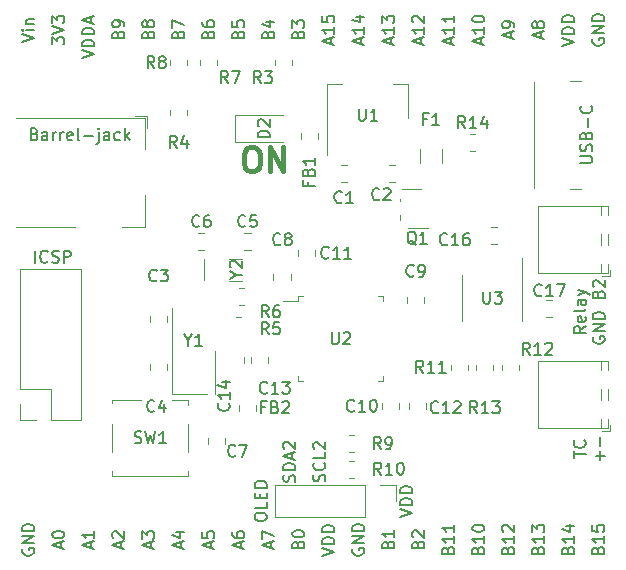
<source format=gto>
G04 #@! TF.GenerationSoftware,KiCad,Pcbnew,(6.0.0)*
G04 #@! TF.CreationDate,2022-05-20T23:18:51+02:00*
G04 #@! TF.ProjectId,STM32F103_uC_v1,53544d33-3246-4313-9033-5f75435f7631,rev?*
G04 #@! TF.SameCoordinates,Original*
G04 #@! TF.FileFunction,Legend,Top*
G04 #@! TF.FilePolarity,Positive*
%FSLAX46Y46*%
G04 Gerber Fmt 4.6, Leading zero omitted, Abs format (unit mm)*
G04 Created by KiCad (PCBNEW (6.0.0)) date 2022-05-20 23:18:51*
%MOMM*%
%LPD*%
G01*
G04 APERTURE LIST*
%ADD10C,0.150000*%
%ADD11C,0.400000*%
%ADD12C,0.120000*%
G04 APERTURE END LIST*
D10*
X158023809Y-90827380D02*
X158023809Y-89827380D01*
X159071428Y-90732142D02*
X159023809Y-90779761D01*
X158880952Y-90827380D01*
X158785714Y-90827380D01*
X158642857Y-90779761D01*
X158547619Y-90684523D01*
X158500000Y-90589285D01*
X158452380Y-90398809D01*
X158452380Y-90255952D01*
X158500000Y-90065476D01*
X158547619Y-89970238D01*
X158642857Y-89875000D01*
X158785714Y-89827380D01*
X158880952Y-89827380D01*
X159023809Y-89875000D01*
X159071428Y-89922619D01*
X159452380Y-90779761D02*
X159595238Y-90827380D01*
X159833333Y-90827380D01*
X159928571Y-90779761D01*
X159976190Y-90732142D01*
X160023809Y-90636904D01*
X160023809Y-90541666D01*
X159976190Y-90446428D01*
X159928571Y-90398809D01*
X159833333Y-90351190D01*
X159642857Y-90303571D01*
X159547619Y-90255952D01*
X159500000Y-90208333D01*
X159452380Y-90113095D01*
X159452380Y-90017857D01*
X159500000Y-89922619D01*
X159547619Y-89875000D01*
X159642857Y-89827380D01*
X159880952Y-89827380D01*
X160023809Y-89875000D01*
X160452380Y-90827380D02*
X160452380Y-89827380D01*
X160833333Y-89827380D01*
X160928571Y-89875000D01*
X160976190Y-89922619D01*
X161023809Y-90017857D01*
X161023809Y-90160714D01*
X160976190Y-90255952D01*
X160928571Y-90303571D01*
X160833333Y-90351190D01*
X160452380Y-90351190D01*
X198286666Y-71834285D02*
X198286666Y-71358095D01*
X198572380Y-71929523D02*
X197572380Y-71596190D01*
X198572380Y-71262857D01*
X198572380Y-70881904D02*
X198572380Y-70691428D01*
X198524761Y-70596190D01*
X198477142Y-70548571D01*
X198334285Y-70453333D01*
X198143809Y-70405714D01*
X197762857Y-70405714D01*
X197667619Y-70453333D01*
X197620000Y-70500952D01*
X197572380Y-70596190D01*
X197572380Y-70786666D01*
X197620000Y-70881904D01*
X197667619Y-70929523D01*
X197762857Y-70977142D01*
X198000952Y-70977142D01*
X198096190Y-70929523D01*
X198143809Y-70881904D01*
X198191428Y-70786666D01*
X198191428Y-70596190D01*
X198143809Y-70500952D01*
X198096190Y-70453333D01*
X198000952Y-70405714D01*
X156980000Y-115061904D02*
X156932380Y-115157142D01*
X156932380Y-115300000D01*
X156980000Y-115442857D01*
X157075238Y-115538095D01*
X157170476Y-115585714D01*
X157360952Y-115633333D01*
X157503809Y-115633333D01*
X157694285Y-115585714D01*
X157789523Y-115538095D01*
X157884761Y-115442857D01*
X157932380Y-115300000D01*
X157932380Y-115204761D01*
X157884761Y-115061904D01*
X157837142Y-115014285D01*
X157503809Y-115014285D01*
X157503809Y-115204761D01*
X157932380Y-114585714D02*
X156932380Y-114585714D01*
X157932380Y-114014285D01*
X156932380Y-114014285D01*
X157932380Y-113538095D02*
X156932380Y-113538095D01*
X156932380Y-113300000D01*
X156980000Y-113157142D01*
X157075238Y-113061904D01*
X157170476Y-113014285D01*
X157360952Y-112966666D01*
X157503809Y-112966666D01*
X157694285Y-113014285D01*
X157789523Y-113061904D01*
X157884761Y-113157142D01*
X157932380Y-113300000D01*
X157932380Y-113538095D01*
X195746666Y-72310476D02*
X195746666Y-71834285D01*
X196032380Y-72405714D02*
X195032380Y-72072380D01*
X196032380Y-71739047D01*
X196032380Y-70881904D02*
X196032380Y-71453333D01*
X196032380Y-71167619D02*
X195032380Y-71167619D01*
X195175238Y-71262857D01*
X195270476Y-71358095D01*
X195318095Y-71453333D01*
X195032380Y-70262857D02*
X195032380Y-70167619D01*
X195080000Y-70072380D01*
X195127619Y-70024761D01*
X195222857Y-69977142D01*
X195413333Y-69929523D01*
X195651428Y-69929523D01*
X195841904Y-69977142D01*
X195937142Y-70024761D01*
X195984761Y-70072380D01*
X196032380Y-70167619D01*
X196032380Y-70262857D01*
X195984761Y-70358095D01*
X195937142Y-70405714D01*
X195841904Y-70453333D01*
X195651428Y-70500952D01*
X195413333Y-70500952D01*
X195222857Y-70453333D01*
X195127619Y-70405714D01*
X195080000Y-70358095D01*
X195032380Y-70262857D01*
X159472380Y-72358095D02*
X159472380Y-71739047D01*
X159853333Y-72072380D01*
X159853333Y-71929523D01*
X159900952Y-71834285D01*
X159948571Y-71786666D01*
X160043809Y-71739047D01*
X160281904Y-71739047D01*
X160377142Y-71786666D01*
X160424761Y-71834285D01*
X160472380Y-71929523D01*
X160472380Y-72215238D01*
X160424761Y-72310476D01*
X160377142Y-72358095D01*
X159472380Y-71453333D02*
X160472380Y-71120000D01*
X159472380Y-70786666D01*
X159472380Y-70548571D02*
X159472380Y-69929523D01*
X159853333Y-70262857D01*
X159853333Y-70120000D01*
X159900952Y-70024761D01*
X159948571Y-69977142D01*
X160043809Y-69929523D01*
X160281904Y-69929523D01*
X160377142Y-69977142D01*
X160424761Y-70024761D01*
X160472380Y-70120000D01*
X160472380Y-70405714D01*
X160424761Y-70500952D01*
X160377142Y-70548571D01*
X162012380Y-73516904D02*
X163012380Y-73183571D01*
X162012380Y-72850238D01*
X163012380Y-72516904D02*
X162012380Y-72516904D01*
X162012380Y-72278809D01*
X162060000Y-72135952D01*
X162155238Y-72040714D01*
X162250476Y-71993095D01*
X162440952Y-71945476D01*
X162583809Y-71945476D01*
X162774285Y-71993095D01*
X162869523Y-72040714D01*
X162964761Y-72135952D01*
X163012380Y-72278809D01*
X163012380Y-72516904D01*
X163012380Y-71516904D02*
X162012380Y-71516904D01*
X162012380Y-71278809D01*
X162060000Y-71135952D01*
X162155238Y-71040714D01*
X162250476Y-70993095D01*
X162440952Y-70945476D01*
X162583809Y-70945476D01*
X162774285Y-70993095D01*
X162869523Y-71040714D01*
X162964761Y-71135952D01*
X163012380Y-71278809D01*
X163012380Y-71516904D01*
X162726666Y-70564523D02*
X162726666Y-70088333D01*
X163012380Y-70659761D02*
X162012380Y-70326428D01*
X163012380Y-69993095D01*
X165266666Y-115014285D02*
X165266666Y-114538095D01*
X165552380Y-115109523D02*
X164552380Y-114776190D01*
X165552380Y-114442857D01*
X164647619Y-114157142D02*
X164600000Y-114109523D01*
X164552380Y-114014285D01*
X164552380Y-113776190D01*
X164600000Y-113680952D01*
X164647619Y-113633333D01*
X164742857Y-113585714D01*
X164838095Y-113585714D01*
X164980952Y-113633333D01*
X165552380Y-114204761D01*
X165552380Y-113585714D01*
X204625380Y-96214285D02*
X204149190Y-96547619D01*
X204625380Y-96785714D02*
X203625380Y-96785714D01*
X203625380Y-96404761D01*
X203673000Y-96309523D01*
X203720619Y-96261904D01*
X203815857Y-96214285D01*
X203958714Y-96214285D01*
X204053952Y-96261904D01*
X204101571Y-96309523D01*
X204149190Y-96404761D01*
X204149190Y-96785714D01*
X204577761Y-95404761D02*
X204625380Y-95500000D01*
X204625380Y-95690476D01*
X204577761Y-95785714D01*
X204482523Y-95833333D01*
X204101571Y-95833333D01*
X204006333Y-95785714D01*
X203958714Y-95690476D01*
X203958714Y-95500000D01*
X204006333Y-95404761D01*
X204101571Y-95357142D01*
X204196809Y-95357142D01*
X204292047Y-95833333D01*
X204625380Y-94785714D02*
X204577761Y-94880952D01*
X204482523Y-94928571D01*
X203625380Y-94928571D01*
X204625380Y-93976190D02*
X204101571Y-93976190D01*
X204006333Y-94023809D01*
X203958714Y-94119047D01*
X203958714Y-94309523D01*
X204006333Y-94404761D01*
X204577761Y-93976190D02*
X204625380Y-94071428D01*
X204625380Y-94309523D01*
X204577761Y-94404761D01*
X204482523Y-94452380D01*
X204387285Y-94452380D01*
X204292047Y-94404761D01*
X204244428Y-94309523D01*
X204244428Y-94071428D01*
X204196809Y-93976190D01*
X203958714Y-93595238D02*
X204625380Y-93357142D01*
X203958714Y-93119047D02*
X204625380Y-93357142D01*
X204863476Y-93452380D01*
X204911095Y-93500000D01*
X204958714Y-93595238D01*
X205283000Y-97119047D02*
X205235380Y-97214285D01*
X205235380Y-97357142D01*
X205283000Y-97500000D01*
X205378238Y-97595238D01*
X205473476Y-97642857D01*
X205663952Y-97690476D01*
X205806809Y-97690476D01*
X205997285Y-97642857D01*
X206092523Y-97595238D01*
X206187761Y-97500000D01*
X206235380Y-97357142D01*
X206235380Y-97261904D01*
X206187761Y-97119047D01*
X206140142Y-97071428D01*
X205806809Y-97071428D01*
X205806809Y-97261904D01*
X206235380Y-96642857D02*
X205235380Y-96642857D01*
X206235380Y-96071428D01*
X205235380Y-96071428D01*
X206235380Y-95595238D02*
X205235380Y-95595238D01*
X205235380Y-95357142D01*
X205283000Y-95214285D01*
X205378238Y-95119047D01*
X205473476Y-95071428D01*
X205663952Y-95023809D01*
X205806809Y-95023809D01*
X205997285Y-95071428D01*
X206092523Y-95119047D01*
X206187761Y-95214285D01*
X206235380Y-95357142D01*
X206235380Y-95595238D01*
X205711571Y-93500000D02*
X205759190Y-93357142D01*
X205806809Y-93309523D01*
X205902047Y-93261904D01*
X206044904Y-93261904D01*
X206140142Y-93309523D01*
X206187761Y-93357142D01*
X206235380Y-93452380D01*
X206235380Y-93833333D01*
X205235380Y-93833333D01*
X205235380Y-93500000D01*
X205283000Y-93404761D01*
X205330619Y-93357142D01*
X205425857Y-93309523D01*
X205521095Y-93309523D01*
X205616333Y-93357142D01*
X205663952Y-93404761D01*
X205711571Y-93500000D01*
X205711571Y-93833333D01*
X205330619Y-92880952D02*
X205283000Y-92833333D01*
X205235380Y-92738095D01*
X205235380Y-92500000D01*
X205283000Y-92404761D01*
X205330619Y-92357142D01*
X205425857Y-92309523D01*
X205521095Y-92309523D01*
X205663952Y-92357142D01*
X206235380Y-92928571D01*
X206235380Y-92309523D01*
X180268571Y-71524761D02*
X180316190Y-71381904D01*
X180363809Y-71334285D01*
X180459047Y-71286666D01*
X180601904Y-71286666D01*
X180697142Y-71334285D01*
X180744761Y-71381904D01*
X180792380Y-71477142D01*
X180792380Y-71858095D01*
X179792380Y-71858095D01*
X179792380Y-71524761D01*
X179840000Y-71429523D01*
X179887619Y-71381904D01*
X179982857Y-71334285D01*
X180078095Y-71334285D01*
X180173333Y-71381904D01*
X180220952Y-71429523D01*
X180268571Y-71524761D01*
X180268571Y-71858095D01*
X179792380Y-70953333D02*
X179792380Y-70334285D01*
X180173333Y-70667619D01*
X180173333Y-70524761D01*
X180220952Y-70429523D01*
X180268571Y-70381904D01*
X180363809Y-70334285D01*
X180601904Y-70334285D01*
X180697142Y-70381904D01*
X180744761Y-70429523D01*
X180792380Y-70524761D01*
X180792380Y-70810476D01*
X180744761Y-70905714D01*
X180697142Y-70953333D01*
X180268571Y-114704761D02*
X180316190Y-114561904D01*
X180363809Y-114514285D01*
X180459047Y-114466666D01*
X180601904Y-114466666D01*
X180697142Y-114514285D01*
X180744761Y-114561904D01*
X180792380Y-114657142D01*
X180792380Y-115038095D01*
X179792380Y-115038095D01*
X179792380Y-114704761D01*
X179840000Y-114609523D01*
X179887619Y-114561904D01*
X179982857Y-114514285D01*
X180078095Y-114514285D01*
X180173333Y-114561904D01*
X180220952Y-114609523D01*
X180268571Y-114704761D01*
X180268571Y-115038095D01*
X179792380Y-113847619D02*
X179792380Y-113752380D01*
X179840000Y-113657142D01*
X179887619Y-113609523D01*
X179982857Y-113561904D01*
X180173333Y-113514285D01*
X180411428Y-113514285D01*
X180601904Y-113561904D01*
X180697142Y-113609523D01*
X180744761Y-113657142D01*
X180792380Y-113752380D01*
X180792380Y-113847619D01*
X180744761Y-113942857D01*
X180697142Y-113990476D01*
X180601904Y-114038095D01*
X180411428Y-114085714D01*
X180173333Y-114085714D01*
X179982857Y-114038095D01*
X179887619Y-113990476D01*
X179840000Y-113942857D01*
X179792380Y-113847619D01*
X172886666Y-115014285D02*
X172886666Y-114538095D01*
X173172380Y-115109523D02*
X172172380Y-114776190D01*
X173172380Y-114442857D01*
X172172380Y-113633333D02*
X172172380Y-114109523D01*
X172648571Y-114157142D01*
X172600952Y-114109523D01*
X172553333Y-114014285D01*
X172553333Y-113776190D01*
X172600952Y-113680952D01*
X172648571Y-113633333D01*
X172743809Y-113585714D01*
X172981904Y-113585714D01*
X173077142Y-113633333D01*
X173124761Y-113680952D01*
X173172380Y-113776190D01*
X173172380Y-114014285D01*
X173124761Y-114109523D01*
X173077142Y-114157142D01*
X204176380Y-82390952D02*
X204985904Y-82390952D01*
X205081142Y-82343333D01*
X205128761Y-82295714D01*
X205176380Y-82200476D01*
X205176380Y-82010000D01*
X205128761Y-81914761D01*
X205081142Y-81867142D01*
X204985904Y-81819523D01*
X204176380Y-81819523D01*
X205128761Y-81390952D02*
X205176380Y-81248095D01*
X205176380Y-81010000D01*
X205128761Y-80914761D01*
X205081142Y-80867142D01*
X204985904Y-80819523D01*
X204890666Y-80819523D01*
X204795428Y-80867142D01*
X204747809Y-80914761D01*
X204700190Y-81010000D01*
X204652571Y-81200476D01*
X204604952Y-81295714D01*
X204557333Y-81343333D01*
X204462095Y-81390952D01*
X204366857Y-81390952D01*
X204271619Y-81343333D01*
X204224000Y-81295714D01*
X204176380Y-81200476D01*
X204176380Y-80962380D01*
X204224000Y-80819523D01*
X204652571Y-80057619D02*
X204700190Y-79914761D01*
X204747809Y-79867142D01*
X204843047Y-79819523D01*
X204985904Y-79819523D01*
X205081142Y-79867142D01*
X205128761Y-79914761D01*
X205176380Y-80010000D01*
X205176380Y-80390952D01*
X204176380Y-80390952D01*
X204176380Y-80057619D01*
X204224000Y-79962380D01*
X204271619Y-79914761D01*
X204366857Y-79867142D01*
X204462095Y-79867142D01*
X204557333Y-79914761D01*
X204604952Y-79962380D01*
X204652571Y-80057619D01*
X204652571Y-80390952D01*
X204795428Y-79390952D02*
X204795428Y-78629047D01*
X205081142Y-77581428D02*
X205128761Y-77629047D01*
X205176380Y-77771904D01*
X205176380Y-77867142D01*
X205128761Y-78010000D01*
X205033523Y-78105238D01*
X204938285Y-78152857D01*
X204747809Y-78200476D01*
X204604952Y-78200476D01*
X204414476Y-78152857D01*
X204319238Y-78105238D01*
X204224000Y-78010000D01*
X204176380Y-77867142D01*
X204176380Y-77771904D01*
X204224000Y-77629047D01*
X204271619Y-77581428D01*
X177966666Y-115014285D02*
X177966666Y-114538095D01*
X178252380Y-115109523D02*
X177252380Y-114776190D01*
X178252380Y-114442857D01*
X177252380Y-114204761D02*
X177252380Y-113538095D01*
X178252380Y-113966666D01*
X205668571Y-115180952D02*
X205716190Y-115038095D01*
X205763809Y-114990476D01*
X205859047Y-114942857D01*
X206001904Y-114942857D01*
X206097142Y-114990476D01*
X206144761Y-115038095D01*
X206192380Y-115133333D01*
X206192380Y-115514285D01*
X205192380Y-115514285D01*
X205192380Y-115180952D01*
X205240000Y-115085714D01*
X205287619Y-115038095D01*
X205382857Y-114990476D01*
X205478095Y-114990476D01*
X205573333Y-115038095D01*
X205620952Y-115085714D01*
X205668571Y-115180952D01*
X205668571Y-115514285D01*
X206192380Y-113990476D02*
X206192380Y-114561904D01*
X206192380Y-114276190D02*
X205192380Y-114276190D01*
X205335238Y-114371428D01*
X205430476Y-114466666D01*
X205478095Y-114561904D01*
X205192380Y-113085714D02*
X205192380Y-113561904D01*
X205668571Y-113609523D01*
X205620952Y-113561904D01*
X205573333Y-113466666D01*
X205573333Y-113228571D01*
X205620952Y-113133333D01*
X205668571Y-113085714D01*
X205763809Y-113038095D01*
X206001904Y-113038095D01*
X206097142Y-113085714D01*
X206144761Y-113133333D01*
X206192380Y-113228571D01*
X206192380Y-113466666D01*
X206144761Y-113561904D01*
X206097142Y-113609523D01*
X172648571Y-71524761D02*
X172696190Y-71381904D01*
X172743809Y-71334285D01*
X172839047Y-71286666D01*
X172981904Y-71286666D01*
X173077142Y-71334285D01*
X173124761Y-71381904D01*
X173172380Y-71477142D01*
X173172380Y-71858095D01*
X172172380Y-71858095D01*
X172172380Y-71524761D01*
X172220000Y-71429523D01*
X172267619Y-71381904D01*
X172362857Y-71334285D01*
X172458095Y-71334285D01*
X172553333Y-71381904D01*
X172600952Y-71429523D01*
X172648571Y-71524761D01*
X172648571Y-71858095D01*
X172172380Y-70429523D02*
X172172380Y-70620000D01*
X172220000Y-70715238D01*
X172267619Y-70762857D01*
X172410476Y-70858095D01*
X172600952Y-70905714D01*
X172981904Y-70905714D01*
X173077142Y-70858095D01*
X173124761Y-70810476D01*
X173172380Y-70715238D01*
X173172380Y-70524761D01*
X173124761Y-70429523D01*
X173077142Y-70381904D01*
X172981904Y-70334285D01*
X172743809Y-70334285D01*
X172648571Y-70381904D01*
X172600952Y-70429523D01*
X172553333Y-70524761D01*
X172553333Y-70715238D01*
X172600952Y-70810476D01*
X172648571Y-70858095D01*
X172743809Y-70905714D01*
X157964666Y-79938571D02*
X158107523Y-79986190D01*
X158155142Y-80033809D01*
X158202761Y-80129047D01*
X158202761Y-80271904D01*
X158155142Y-80367142D01*
X158107523Y-80414761D01*
X158012285Y-80462380D01*
X157631333Y-80462380D01*
X157631333Y-79462380D01*
X157964666Y-79462380D01*
X158059904Y-79510000D01*
X158107523Y-79557619D01*
X158155142Y-79652857D01*
X158155142Y-79748095D01*
X158107523Y-79843333D01*
X158059904Y-79890952D01*
X157964666Y-79938571D01*
X157631333Y-79938571D01*
X159059904Y-80462380D02*
X159059904Y-79938571D01*
X159012285Y-79843333D01*
X158917047Y-79795714D01*
X158726571Y-79795714D01*
X158631333Y-79843333D01*
X159059904Y-80414761D02*
X158964666Y-80462380D01*
X158726571Y-80462380D01*
X158631333Y-80414761D01*
X158583714Y-80319523D01*
X158583714Y-80224285D01*
X158631333Y-80129047D01*
X158726571Y-80081428D01*
X158964666Y-80081428D01*
X159059904Y-80033809D01*
X159536095Y-80462380D02*
X159536095Y-79795714D01*
X159536095Y-79986190D02*
X159583714Y-79890952D01*
X159631333Y-79843333D01*
X159726571Y-79795714D01*
X159821809Y-79795714D01*
X160155142Y-80462380D02*
X160155142Y-79795714D01*
X160155142Y-79986190D02*
X160202761Y-79890952D01*
X160250380Y-79843333D01*
X160345619Y-79795714D01*
X160440857Y-79795714D01*
X161155142Y-80414761D02*
X161059904Y-80462380D01*
X160869428Y-80462380D01*
X160774190Y-80414761D01*
X160726571Y-80319523D01*
X160726571Y-79938571D01*
X160774190Y-79843333D01*
X160869428Y-79795714D01*
X161059904Y-79795714D01*
X161155142Y-79843333D01*
X161202761Y-79938571D01*
X161202761Y-80033809D01*
X160726571Y-80129047D01*
X161774190Y-80462380D02*
X161678952Y-80414761D01*
X161631333Y-80319523D01*
X161631333Y-79462380D01*
X162155142Y-80081428D02*
X162917047Y-80081428D01*
X163393238Y-79795714D02*
X163393238Y-80652857D01*
X163345619Y-80748095D01*
X163250380Y-80795714D01*
X163202761Y-80795714D01*
X163393238Y-79462380D02*
X163345619Y-79510000D01*
X163393238Y-79557619D01*
X163440857Y-79510000D01*
X163393238Y-79462380D01*
X163393238Y-79557619D01*
X164298000Y-80462380D02*
X164298000Y-79938571D01*
X164250380Y-79843333D01*
X164155142Y-79795714D01*
X163964666Y-79795714D01*
X163869428Y-79843333D01*
X164298000Y-80414761D02*
X164202761Y-80462380D01*
X163964666Y-80462380D01*
X163869428Y-80414761D01*
X163821809Y-80319523D01*
X163821809Y-80224285D01*
X163869428Y-80129047D01*
X163964666Y-80081428D01*
X164202761Y-80081428D01*
X164298000Y-80033809D01*
X165202761Y-80414761D02*
X165107523Y-80462380D01*
X164917047Y-80462380D01*
X164821809Y-80414761D01*
X164774190Y-80367142D01*
X164726571Y-80271904D01*
X164726571Y-79986190D01*
X164774190Y-79890952D01*
X164821809Y-79843333D01*
X164917047Y-79795714D01*
X165107523Y-79795714D01*
X165202761Y-79843333D01*
X165631333Y-80462380D02*
X165631333Y-79462380D01*
X165726571Y-80081428D02*
X166012285Y-80462380D01*
X166012285Y-79795714D02*
X165631333Y-80176666D01*
X190666666Y-72310476D02*
X190666666Y-71834285D01*
X190952380Y-72405714D02*
X189952380Y-72072380D01*
X190952380Y-71739047D01*
X190952380Y-70881904D02*
X190952380Y-71453333D01*
X190952380Y-71167619D02*
X189952380Y-71167619D01*
X190095238Y-71262857D01*
X190190476Y-71358095D01*
X190238095Y-71453333D01*
X190047619Y-70500952D02*
X190000000Y-70453333D01*
X189952380Y-70358095D01*
X189952380Y-70120000D01*
X190000000Y-70024761D01*
X190047619Y-69977142D01*
X190142857Y-69929523D01*
X190238095Y-69929523D01*
X190380952Y-69977142D01*
X190952380Y-70548571D01*
X190952380Y-69929523D01*
X190428571Y-114704761D02*
X190476190Y-114561904D01*
X190523809Y-114514285D01*
X190619047Y-114466666D01*
X190761904Y-114466666D01*
X190857142Y-114514285D01*
X190904761Y-114561904D01*
X190952380Y-114657142D01*
X190952380Y-115038095D01*
X189952380Y-115038095D01*
X189952380Y-114704761D01*
X190000000Y-114609523D01*
X190047619Y-114561904D01*
X190142857Y-114514285D01*
X190238095Y-114514285D01*
X190333333Y-114561904D01*
X190380952Y-114609523D01*
X190428571Y-114704761D01*
X190428571Y-115038095D01*
X190047619Y-114085714D02*
X190000000Y-114038095D01*
X189952380Y-113942857D01*
X189952380Y-113704761D01*
X190000000Y-113609523D01*
X190047619Y-113561904D01*
X190142857Y-113514285D01*
X190238095Y-113514285D01*
X190380952Y-113561904D01*
X190952380Y-114133333D01*
X190952380Y-113514285D01*
X200826666Y-71834285D02*
X200826666Y-71358095D01*
X201112380Y-71929523D02*
X200112380Y-71596190D01*
X201112380Y-71262857D01*
X200540952Y-70786666D02*
X200493333Y-70881904D01*
X200445714Y-70929523D01*
X200350476Y-70977142D01*
X200302857Y-70977142D01*
X200207619Y-70929523D01*
X200160000Y-70881904D01*
X200112380Y-70786666D01*
X200112380Y-70596190D01*
X200160000Y-70500952D01*
X200207619Y-70453333D01*
X200302857Y-70405714D01*
X200350476Y-70405714D01*
X200445714Y-70453333D01*
X200493333Y-70500952D01*
X200540952Y-70596190D01*
X200540952Y-70786666D01*
X200588571Y-70881904D01*
X200636190Y-70929523D01*
X200731428Y-70977142D01*
X200921904Y-70977142D01*
X201017142Y-70929523D01*
X201064761Y-70881904D01*
X201112380Y-70786666D01*
X201112380Y-70596190D01*
X201064761Y-70500952D01*
X201017142Y-70453333D01*
X200921904Y-70405714D01*
X200731428Y-70405714D01*
X200636190Y-70453333D01*
X200588571Y-70500952D01*
X200540952Y-70596190D01*
X176617380Y-112450380D02*
X176617380Y-112259904D01*
X176665000Y-112164666D01*
X176760238Y-112069428D01*
X176950714Y-112021809D01*
X177284047Y-112021809D01*
X177474523Y-112069428D01*
X177569761Y-112164666D01*
X177617380Y-112259904D01*
X177617380Y-112450380D01*
X177569761Y-112545619D01*
X177474523Y-112640857D01*
X177284047Y-112688476D01*
X176950714Y-112688476D01*
X176760238Y-112640857D01*
X176665000Y-112545619D01*
X176617380Y-112450380D01*
X177617380Y-111117047D02*
X177617380Y-111593238D01*
X176617380Y-111593238D01*
X177093571Y-110783714D02*
X177093571Y-110450380D01*
X177617380Y-110307523D02*
X177617380Y-110783714D01*
X176617380Y-110783714D01*
X176617380Y-110307523D01*
X177617380Y-109878952D02*
X176617380Y-109878952D01*
X176617380Y-109640857D01*
X176665000Y-109498000D01*
X176760238Y-109402761D01*
X176855476Y-109355142D01*
X177045952Y-109307523D01*
X177188809Y-109307523D01*
X177379285Y-109355142D01*
X177474523Y-109402761D01*
X177569761Y-109498000D01*
X177617380Y-109640857D01*
X177617380Y-109878952D01*
X202652380Y-72453333D02*
X203652380Y-72120000D01*
X202652380Y-71786666D01*
X203652380Y-71453333D02*
X202652380Y-71453333D01*
X202652380Y-71215238D01*
X202700000Y-71072380D01*
X202795238Y-70977142D01*
X202890476Y-70929523D01*
X203080952Y-70881904D01*
X203223809Y-70881904D01*
X203414285Y-70929523D01*
X203509523Y-70977142D01*
X203604761Y-71072380D01*
X203652380Y-71215238D01*
X203652380Y-71453333D01*
X203652380Y-70453333D02*
X202652380Y-70453333D01*
X202652380Y-70215238D01*
X202700000Y-70072380D01*
X202795238Y-69977142D01*
X202890476Y-69929523D01*
X203080952Y-69881904D01*
X203223809Y-69881904D01*
X203414285Y-69929523D01*
X203509523Y-69977142D01*
X203604761Y-70072380D01*
X203652380Y-70215238D01*
X203652380Y-70453333D01*
X167568571Y-71524761D02*
X167616190Y-71381904D01*
X167663809Y-71334285D01*
X167759047Y-71286666D01*
X167901904Y-71286666D01*
X167997142Y-71334285D01*
X168044761Y-71381904D01*
X168092380Y-71477142D01*
X168092380Y-71858095D01*
X167092380Y-71858095D01*
X167092380Y-71524761D01*
X167140000Y-71429523D01*
X167187619Y-71381904D01*
X167282857Y-71334285D01*
X167378095Y-71334285D01*
X167473333Y-71381904D01*
X167520952Y-71429523D01*
X167568571Y-71524761D01*
X167568571Y-71858095D01*
X167520952Y-70715238D02*
X167473333Y-70810476D01*
X167425714Y-70858095D01*
X167330476Y-70905714D01*
X167282857Y-70905714D01*
X167187619Y-70858095D01*
X167140000Y-70810476D01*
X167092380Y-70715238D01*
X167092380Y-70524761D01*
X167140000Y-70429523D01*
X167187619Y-70381904D01*
X167282857Y-70334285D01*
X167330476Y-70334285D01*
X167425714Y-70381904D01*
X167473333Y-70429523D01*
X167520952Y-70524761D01*
X167520952Y-70715238D01*
X167568571Y-70810476D01*
X167616190Y-70858095D01*
X167711428Y-70905714D01*
X167901904Y-70905714D01*
X167997142Y-70858095D01*
X168044761Y-70810476D01*
X168092380Y-70715238D01*
X168092380Y-70524761D01*
X168044761Y-70429523D01*
X167997142Y-70381904D01*
X167901904Y-70334285D01*
X167711428Y-70334285D01*
X167616190Y-70381904D01*
X167568571Y-70429523D01*
X167520952Y-70524761D01*
X182522761Y-109362666D02*
X182570380Y-109219809D01*
X182570380Y-108981714D01*
X182522761Y-108886476D01*
X182475142Y-108838857D01*
X182379904Y-108791238D01*
X182284666Y-108791238D01*
X182189428Y-108838857D01*
X182141809Y-108886476D01*
X182094190Y-108981714D01*
X182046571Y-109172190D01*
X181998952Y-109267428D01*
X181951333Y-109315047D01*
X181856095Y-109362666D01*
X181760857Y-109362666D01*
X181665619Y-109315047D01*
X181618000Y-109267428D01*
X181570380Y-109172190D01*
X181570380Y-108934095D01*
X181618000Y-108791238D01*
X182475142Y-107791238D02*
X182522761Y-107838857D01*
X182570380Y-107981714D01*
X182570380Y-108076952D01*
X182522761Y-108219809D01*
X182427523Y-108315047D01*
X182332285Y-108362666D01*
X182141809Y-108410285D01*
X181998952Y-108410285D01*
X181808476Y-108362666D01*
X181713238Y-108315047D01*
X181618000Y-108219809D01*
X181570380Y-108076952D01*
X181570380Y-107981714D01*
X181618000Y-107838857D01*
X181665619Y-107791238D01*
X182570380Y-106886476D02*
X182570380Y-107362666D01*
X181570380Y-107362666D01*
X181665619Y-106600761D02*
X181618000Y-106553142D01*
X181570380Y-106457904D01*
X181570380Y-106219809D01*
X181618000Y-106124571D01*
X181665619Y-106076952D01*
X181760857Y-106029333D01*
X181856095Y-106029333D01*
X181998952Y-106076952D01*
X182570380Y-106648380D01*
X182570380Y-106029333D01*
X187888571Y-114704761D02*
X187936190Y-114561904D01*
X187983809Y-114514285D01*
X188079047Y-114466666D01*
X188221904Y-114466666D01*
X188317142Y-114514285D01*
X188364761Y-114561904D01*
X188412380Y-114657142D01*
X188412380Y-115038095D01*
X187412380Y-115038095D01*
X187412380Y-114704761D01*
X187460000Y-114609523D01*
X187507619Y-114561904D01*
X187602857Y-114514285D01*
X187698095Y-114514285D01*
X187793333Y-114561904D01*
X187840952Y-114609523D01*
X187888571Y-114704761D01*
X187888571Y-115038095D01*
X188412380Y-113514285D02*
X188412380Y-114085714D01*
X188412380Y-113800000D02*
X187412380Y-113800000D01*
X187555238Y-113895238D01*
X187650476Y-113990476D01*
X187698095Y-114085714D01*
X170346666Y-115014285D02*
X170346666Y-114538095D01*
X170632380Y-115109523D02*
X169632380Y-114776190D01*
X170632380Y-114442857D01*
X169965714Y-113680952D02*
X170632380Y-113680952D01*
X169584761Y-113919047D02*
X170299047Y-114157142D01*
X170299047Y-113538095D01*
X203625380Y-107357714D02*
X203625380Y-106786285D01*
X204625380Y-107072000D02*
X203625380Y-107072000D01*
X204530142Y-105881523D02*
X204577761Y-105929142D01*
X204625380Y-106072000D01*
X204625380Y-106167238D01*
X204577761Y-106310095D01*
X204482523Y-106405333D01*
X204387285Y-106452952D01*
X204196809Y-106500571D01*
X204053952Y-106500571D01*
X203863476Y-106452952D01*
X203768238Y-106405333D01*
X203673000Y-106310095D01*
X203625380Y-106167238D01*
X203625380Y-106072000D01*
X203673000Y-105929142D01*
X203720619Y-105881523D01*
X205854428Y-107572000D02*
X205854428Y-106810095D01*
X206235380Y-107191047D02*
X205473476Y-107191047D01*
X205854428Y-106333904D02*
X205854428Y-105572000D01*
X200588571Y-115180952D02*
X200636190Y-115038095D01*
X200683809Y-114990476D01*
X200779047Y-114942857D01*
X200921904Y-114942857D01*
X201017142Y-114990476D01*
X201064761Y-115038095D01*
X201112380Y-115133333D01*
X201112380Y-115514285D01*
X200112380Y-115514285D01*
X200112380Y-115180952D01*
X200160000Y-115085714D01*
X200207619Y-115038095D01*
X200302857Y-114990476D01*
X200398095Y-114990476D01*
X200493333Y-115038095D01*
X200540952Y-115085714D01*
X200588571Y-115180952D01*
X200588571Y-115514285D01*
X201112380Y-113990476D02*
X201112380Y-114561904D01*
X201112380Y-114276190D02*
X200112380Y-114276190D01*
X200255238Y-114371428D01*
X200350476Y-114466666D01*
X200398095Y-114561904D01*
X200112380Y-113657142D02*
X200112380Y-113038095D01*
X200493333Y-113371428D01*
X200493333Y-113228571D01*
X200540952Y-113133333D01*
X200588571Y-113085714D01*
X200683809Y-113038095D01*
X200921904Y-113038095D01*
X201017142Y-113085714D01*
X201064761Y-113133333D01*
X201112380Y-113228571D01*
X201112380Y-113514285D01*
X201064761Y-113609523D01*
X201017142Y-113657142D01*
X193206666Y-72310476D02*
X193206666Y-71834285D01*
X193492380Y-72405714D02*
X192492380Y-72072380D01*
X193492380Y-71739047D01*
X193492380Y-70881904D02*
X193492380Y-71453333D01*
X193492380Y-71167619D02*
X192492380Y-71167619D01*
X192635238Y-71262857D01*
X192730476Y-71358095D01*
X192778095Y-71453333D01*
X193492380Y-69929523D02*
X193492380Y-70500952D01*
X193492380Y-70215238D02*
X192492380Y-70215238D01*
X192635238Y-70310476D01*
X192730476Y-70405714D01*
X192778095Y-70500952D01*
X170108571Y-71524761D02*
X170156190Y-71381904D01*
X170203809Y-71334285D01*
X170299047Y-71286666D01*
X170441904Y-71286666D01*
X170537142Y-71334285D01*
X170584761Y-71381904D01*
X170632380Y-71477142D01*
X170632380Y-71858095D01*
X169632380Y-71858095D01*
X169632380Y-71524761D01*
X169680000Y-71429523D01*
X169727619Y-71381904D01*
X169822857Y-71334285D01*
X169918095Y-71334285D01*
X170013333Y-71381904D01*
X170060952Y-71429523D01*
X170108571Y-71524761D01*
X170108571Y-71858095D01*
X169632380Y-70953333D02*
X169632380Y-70286666D01*
X170632380Y-70715238D01*
X198048571Y-115180952D02*
X198096190Y-115038095D01*
X198143809Y-114990476D01*
X198239047Y-114942857D01*
X198381904Y-114942857D01*
X198477142Y-114990476D01*
X198524761Y-115038095D01*
X198572380Y-115133333D01*
X198572380Y-115514285D01*
X197572380Y-115514285D01*
X197572380Y-115180952D01*
X197620000Y-115085714D01*
X197667619Y-115038095D01*
X197762857Y-114990476D01*
X197858095Y-114990476D01*
X197953333Y-115038095D01*
X198000952Y-115085714D01*
X198048571Y-115180952D01*
X198048571Y-115514285D01*
X198572380Y-113990476D02*
X198572380Y-114561904D01*
X198572380Y-114276190D02*
X197572380Y-114276190D01*
X197715238Y-114371428D01*
X197810476Y-114466666D01*
X197858095Y-114561904D01*
X197667619Y-113609523D02*
X197620000Y-113561904D01*
X197572380Y-113466666D01*
X197572380Y-113228571D01*
X197620000Y-113133333D01*
X197667619Y-113085714D01*
X197762857Y-113038095D01*
X197858095Y-113038095D01*
X198000952Y-113085714D01*
X198572380Y-113657142D01*
X198572380Y-113038095D01*
X165028571Y-71524761D02*
X165076190Y-71381904D01*
X165123809Y-71334285D01*
X165219047Y-71286666D01*
X165361904Y-71286666D01*
X165457142Y-71334285D01*
X165504761Y-71381904D01*
X165552380Y-71477142D01*
X165552380Y-71858095D01*
X164552380Y-71858095D01*
X164552380Y-71524761D01*
X164600000Y-71429523D01*
X164647619Y-71381904D01*
X164742857Y-71334285D01*
X164838095Y-71334285D01*
X164933333Y-71381904D01*
X164980952Y-71429523D01*
X165028571Y-71524761D01*
X165028571Y-71858095D01*
X165552380Y-70810476D02*
X165552380Y-70620000D01*
X165504761Y-70524761D01*
X165457142Y-70477142D01*
X165314285Y-70381904D01*
X165123809Y-70334285D01*
X164742857Y-70334285D01*
X164647619Y-70381904D01*
X164600000Y-70429523D01*
X164552380Y-70524761D01*
X164552380Y-70715238D01*
X164600000Y-70810476D01*
X164647619Y-70858095D01*
X164742857Y-70905714D01*
X164980952Y-70905714D01*
X165076190Y-70858095D01*
X165123809Y-70810476D01*
X165171428Y-70715238D01*
X165171428Y-70524761D01*
X165123809Y-70429523D01*
X165076190Y-70381904D01*
X164980952Y-70334285D01*
X160186666Y-115014285D02*
X160186666Y-114538095D01*
X160472380Y-115109523D02*
X159472380Y-114776190D01*
X160472380Y-114442857D01*
X159472380Y-113919047D02*
X159472380Y-113823809D01*
X159520000Y-113728571D01*
X159567619Y-113680952D01*
X159662857Y-113633333D01*
X159853333Y-113585714D01*
X160091428Y-113585714D01*
X160281904Y-113633333D01*
X160377142Y-113680952D01*
X160424761Y-113728571D01*
X160472380Y-113823809D01*
X160472380Y-113919047D01*
X160424761Y-114014285D01*
X160377142Y-114061904D01*
X160281904Y-114109523D01*
X160091428Y-114157142D01*
X159853333Y-114157142D01*
X159662857Y-114109523D01*
X159567619Y-114061904D01*
X159520000Y-114014285D01*
X159472380Y-113919047D01*
X175426666Y-115014285D02*
X175426666Y-114538095D01*
X175712380Y-115109523D02*
X174712380Y-114776190D01*
X175712380Y-114442857D01*
X174712380Y-113680952D02*
X174712380Y-113871428D01*
X174760000Y-113966666D01*
X174807619Y-114014285D01*
X174950476Y-114109523D01*
X175140952Y-114157142D01*
X175521904Y-114157142D01*
X175617142Y-114109523D01*
X175664761Y-114061904D01*
X175712380Y-113966666D01*
X175712380Y-113776190D01*
X175664761Y-113680952D01*
X175617142Y-113633333D01*
X175521904Y-113585714D01*
X175283809Y-113585714D01*
X175188571Y-113633333D01*
X175140952Y-113680952D01*
X175093333Y-113776190D01*
X175093333Y-113966666D01*
X175140952Y-114061904D01*
X175188571Y-114109523D01*
X175283809Y-114157142D01*
X182332380Y-115633333D02*
X183332380Y-115300000D01*
X182332380Y-114966666D01*
X183332380Y-114633333D02*
X182332380Y-114633333D01*
X182332380Y-114395238D01*
X182380000Y-114252380D01*
X182475238Y-114157142D01*
X182570476Y-114109523D01*
X182760952Y-114061904D01*
X182903809Y-114061904D01*
X183094285Y-114109523D01*
X183189523Y-114157142D01*
X183284761Y-114252380D01*
X183332380Y-114395238D01*
X183332380Y-114633333D01*
X183332380Y-113633333D02*
X182332380Y-113633333D01*
X182332380Y-113395238D01*
X182380000Y-113252380D01*
X182475238Y-113157142D01*
X182570476Y-113109523D01*
X182760952Y-113061904D01*
X182903809Y-113061904D01*
X183094285Y-113109523D01*
X183189523Y-113157142D01*
X183284761Y-113252380D01*
X183332380Y-113395238D01*
X183332380Y-113633333D01*
X188126666Y-72310476D02*
X188126666Y-71834285D01*
X188412380Y-72405714D02*
X187412380Y-72072380D01*
X188412380Y-71739047D01*
X188412380Y-70881904D02*
X188412380Y-71453333D01*
X188412380Y-71167619D02*
X187412380Y-71167619D01*
X187555238Y-71262857D01*
X187650476Y-71358095D01*
X187698095Y-71453333D01*
X187412380Y-70548571D02*
X187412380Y-69929523D01*
X187793333Y-70262857D01*
X187793333Y-70120000D01*
X187840952Y-70024761D01*
X187888571Y-69977142D01*
X187983809Y-69929523D01*
X188221904Y-69929523D01*
X188317142Y-69977142D01*
X188364761Y-70024761D01*
X188412380Y-70120000D01*
X188412380Y-70405714D01*
X188364761Y-70500952D01*
X188317142Y-70548571D01*
X177728571Y-71524761D02*
X177776190Y-71381904D01*
X177823809Y-71334285D01*
X177919047Y-71286666D01*
X178061904Y-71286666D01*
X178157142Y-71334285D01*
X178204761Y-71381904D01*
X178252380Y-71477142D01*
X178252380Y-71858095D01*
X177252380Y-71858095D01*
X177252380Y-71524761D01*
X177300000Y-71429523D01*
X177347619Y-71381904D01*
X177442857Y-71334285D01*
X177538095Y-71334285D01*
X177633333Y-71381904D01*
X177680952Y-71429523D01*
X177728571Y-71524761D01*
X177728571Y-71858095D01*
X177585714Y-70429523D02*
X178252380Y-70429523D01*
X177204761Y-70667619D02*
X177919047Y-70905714D01*
X177919047Y-70286666D01*
X195508571Y-115180952D02*
X195556190Y-115038095D01*
X195603809Y-114990476D01*
X195699047Y-114942857D01*
X195841904Y-114942857D01*
X195937142Y-114990476D01*
X195984761Y-115038095D01*
X196032380Y-115133333D01*
X196032380Y-115514285D01*
X195032380Y-115514285D01*
X195032380Y-115180952D01*
X195080000Y-115085714D01*
X195127619Y-115038095D01*
X195222857Y-114990476D01*
X195318095Y-114990476D01*
X195413333Y-115038095D01*
X195460952Y-115085714D01*
X195508571Y-115180952D01*
X195508571Y-115514285D01*
X196032380Y-113990476D02*
X196032380Y-114561904D01*
X196032380Y-114276190D02*
X195032380Y-114276190D01*
X195175238Y-114371428D01*
X195270476Y-114466666D01*
X195318095Y-114561904D01*
X195032380Y-113371428D02*
X195032380Y-113276190D01*
X195080000Y-113180952D01*
X195127619Y-113133333D01*
X195222857Y-113085714D01*
X195413333Y-113038095D01*
X195651428Y-113038095D01*
X195841904Y-113085714D01*
X195937142Y-113133333D01*
X195984761Y-113180952D01*
X196032380Y-113276190D01*
X196032380Y-113371428D01*
X195984761Y-113466666D01*
X195937142Y-113514285D01*
X195841904Y-113561904D01*
X195651428Y-113609523D01*
X195413333Y-113609523D01*
X195222857Y-113561904D01*
X195127619Y-113514285D01*
X195080000Y-113466666D01*
X195032380Y-113371428D01*
X203128571Y-115180952D02*
X203176190Y-115038095D01*
X203223809Y-114990476D01*
X203319047Y-114942857D01*
X203461904Y-114942857D01*
X203557142Y-114990476D01*
X203604761Y-115038095D01*
X203652380Y-115133333D01*
X203652380Y-115514285D01*
X202652380Y-115514285D01*
X202652380Y-115180952D01*
X202700000Y-115085714D01*
X202747619Y-115038095D01*
X202842857Y-114990476D01*
X202938095Y-114990476D01*
X203033333Y-115038095D01*
X203080952Y-115085714D01*
X203128571Y-115180952D01*
X203128571Y-115514285D01*
X203652380Y-113990476D02*
X203652380Y-114561904D01*
X203652380Y-114276190D02*
X202652380Y-114276190D01*
X202795238Y-114371428D01*
X202890476Y-114466666D01*
X202938095Y-114561904D01*
X202985714Y-113133333D02*
X203652380Y-113133333D01*
X202604761Y-113371428D02*
X203319047Y-113609523D01*
X203319047Y-112990476D01*
D11*
X176180904Y-81073761D02*
X176561857Y-81073761D01*
X176752333Y-81169000D01*
X176942809Y-81359476D01*
X177038047Y-81740428D01*
X177038047Y-82407095D01*
X176942809Y-82788047D01*
X176752333Y-82978523D01*
X176561857Y-83073761D01*
X176180904Y-83073761D01*
X175990428Y-82978523D01*
X175799952Y-82788047D01*
X175704714Y-82407095D01*
X175704714Y-81740428D01*
X175799952Y-81359476D01*
X175990428Y-81169000D01*
X176180904Y-81073761D01*
X177895190Y-83073761D02*
X177895190Y-81073761D01*
X179038047Y-83073761D01*
X179038047Y-81073761D01*
D10*
X175188571Y-71524761D02*
X175236190Y-71381904D01*
X175283809Y-71334285D01*
X175379047Y-71286666D01*
X175521904Y-71286666D01*
X175617142Y-71334285D01*
X175664761Y-71381904D01*
X175712380Y-71477142D01*
X175712380Y-71858095D01*
X174712380Y-71858095D01*
X174712380Y-71524761D01*
X174760000Y-71429523D01*
X174807619Y-71381904D01*
X174902857Y-71334285D01*
X174998095Y-71334285D01*
X175093333Y-71381904D01*
X175140952Y-71429523D01*
X175188571Y-71524761D01*
X175188571Y-71858095D01*
X174712380Y-70381904D02*
X174712380Y-70858095D01*
X175188571Y-70905714D01*
X175140952Y-70858095D01*
X175093333Y-70762857D01*
X175093333Y-70524761D01*
X175140952Y-70429523D01*
X175188571Y-70381904D01*
X175283809Y-70334285D01*
X175521904Y-70334285D01*
X175617142Y-70381904D01*
X175664761Y-70429523D01*
X175712380Y-70524761D01*
X175712380Y-70762857D01*
X175664761Y-70858095D01*
X175617142Y-70905714D01*
X188936380Y-112331333D02*
X189936380Y-111998000D01*
X188936380Y-111664666D01*
X189936380Y-111331333D02*
X188936380Y-111331333D01*
X188936380Y-111093238D01*
X188984000Y-110950380D01*
X189079238Y-110855142D01*
X189174476Y-110807523D01*
X189364952Y-110759904D01*
X189507809Y-110759904D01*
X189698285Y-110807523D01*
X189793523Y-110855142D01*
X189888761Y-110950380D01*
X189936380Y-111093238D01*
X189936380Y-111331333D01*
X189936380Y-110331333D02*
X188936380Y-110331333D01*
X188936380Y-110093238D01*
X188984000Y-109950380D01*
X189079238Y-109855142D01*
X189174476Y-109807523D01*
X189364952Y-109759904D01*
X189507809Y-109759904D01*
X189698285Y-109807523D01*
X189793523Y-109855142D01*
X189888761Y-109950380D01*
X189936380Y-110093238D01*
X189936380Y-110331333D01*
X192968571Y-115180952D02*
X193016190Y-115038095D01*
X193063809Y-114990476D01*
X193159047Y-114942857D01*
X193301904Y-114942857D01*
X193397142Y-114990476D01*
X193444761Y-115038095D01*
X193492380Y-115133333D01*
X193492380Y-115514285D01*
X192492380Y-115514285D01*
X192492380Y-115180952D01*
X192540000Y-115085714D01*
X192587619Y-115038095D01*
X192682857Y-114990476D01*
X192778095Y-114990476D01*
X192873333Y-115038095D01*
X192920952Y-115085714D01*
X192968571Y-115180952D01*
X192968571Y-115514285D01*
X193492380Y-113990476D02*
X193492380Y-114561904D01*
X193492380Y-114276190D02*
X192492380Y-114276190D01*
X192635238Y-114371428D01*
X192730476Y-114466666D01*
X192778095Y-114561904D01*
X193492380Y-113038095D02*
X193492380Y-113609523D01*
X193492380Y-113323809D02*
X192492380Y-113323809D01*
X192635238Y-113419047D01*
X192730476Y-113514285D01*
X192778095Y-113609523D01*
X156932380Y-72143809D02*
X157932380Y-71810476D01*
X156932380Y-71477142D01*
X157932380Y-71143809D02*
X157265714Y-71143809D01*
X156932380Y-71143809D02*
X156980000Y-71191428D01*
X157027619Y-71143809D01*
X156980000Y-71096190D01*
X156932380Y-71143809D01*
X157027619Y-71143809D01*
X157265714Y-70667619D02*
X157932380Y-70667619D01*
X157360952Y-70667619D02*
X157313333Y-70620000D01*
X157265714Y-70524761D01*
X157265714Y-70381904D01*
X157313333Y-70286666D01*
X157408571Y-70239047D01*
X157932380Y-70239047D01*
X167806666Y-115014285D02*
X167806666Y-114538095D01*
X168092380Y-115109523D02*
X167092380Y-114776190D01*
X168092380Y-114442857D01*
X167092380Y-114204761D02*
X167092380Y-113585714D01*
X167473333Y-113919047D01*
X167473333Y-113776190D01*
X167520952Y-113680952D01*
X167568571Y-113633333D01*
X167663809Y-113585714D01*
X167901904Y-113585714D01*
X167997142Y-113633333D01*
X168044761Y-113680952D01*
X168092380Y-113776190D01*
X168092380Y-114061904D01*
X168044761Y-114157142D01*
X167997142Y-114204761D01*
X184920000Y-115061904D02*
X184872380Y-115157142D01*
X184872380Y-115300000D01*
X184920000Y-115442857D01*
X185015238Y-115538095D01*
X185110476Y-115585714D01*
X185300952Y-115633333D01*
X185443809Y-115633333D01*
X185634285Y-115585714D01*
X185729523Y-115538095D01*
X185824761Y-115442857D01*
X185872380Y-115300000D01*
X185872380Y-115204761D01*
X185824761Y-115061904D01*
X185777142Y-115014285D01*
X185443809Y-115014285D01*
X185443809Y-115204761D01*
X185872380Y-114585714D02*
X184872380Y-114585714D01*
X185872380Y-114014285D01*
X184872380Y-114014285D01*
X185872380Y-113538095D02*
X184872380Y-113538095D01*
X184872380Y-113300000D01*
X184920000Y-113157142D01*
X185015238Y-113061904D01*
X185110476Y-113014285D01*
X185300952Y-112966666D01*
X185443809Y-112966666D01*
X185634285Y-113014285D01*
X185729523Y-113061904D01*
X185824761Y-113157142D01*
X185872380Y-113300000D01*
X185872380Y-113538095D01*
X179982761Y-109386476D02*
X180030380Y-109243619D01*
X180030380Y-109005523D01*
X179982761Y-108910285D01*
X179935142Y-108862666D01*
X179839904Y-108815047D01*
X179744666Y-108815047D01*
X179649428Y-108862666D01*
X179601809Y-108910285D01*
X179554190Y-109005523D01*
X179506571Y-109196000D01*
X179458952Y-109291238D01*
X179411333Y-109338857D01*
X179316095Y-109386476D01*
X179220857Y-109386476D01*
X179125619Y-109338857D01*
X179078000Y-109291238D01*
X179030380Y-109196000D01*
X179030380Y-108957904D01*
X179078000Y-108815047D01*
X180030380Y-108386476D02*
X179030380Y-108386476D01*
X179030380Y-108148380D01*
X179078000Y-108005523D01*
X179173238Y-107910285D01*
X179268476Y-107862666D01*
X179458952Y-107815047D01*
X179601809Y-107815047D01*
X179792285Y-107862666D01*
X179887523Y-107910285D01*
X179982761Y-108005523D01*
X180030380Y-108148380D01*
X180030380Y-108386476D01*
X179744666Y-107434095D02*
X179744666Y-106957904D01*
X180030380Y-107529333D02*
X179030380Y-107196000D01*
X180030380Y-106862666D01*
X179125619Y-106576952D02*
X179078000Y-106529333D01*
X179030380Y-106434095D01*
X179030380Y-106196000D01*
X179078000Y-106100761D01*
X179125619Y-106053142D01*
X179220857Y-106005523D01*
X179316095Y-106005523D01*
X179458952Y-106053142D01*
X180030380Y-106624571D01*
X180030380Y-106005523D01*
X205240000Y-71881904D02*
X205192380Y-71977142D01*
X205192380Y-72120000D01*
X205240000Y-72262857D01*
X205335238Y-72358095D01*
X205430476Y-72405714D01*
X205620952Y-72453333D01*
X205763809Y-72453333D01*
X205954285Y-72405714D01*
X206049523Y-72358095D01*
X206144761Y-72262857D01*
X206192380Y-72120000D01*
X206192380Y-72024761D01*
X206144761Y-71881904D01*
X206097142Y-71834285D01*
X205763809Y-71834285D01*
X205763809Y-72024761D01*
X206192380Y-71405714D02*
X205192380Y-71405714D01*
X206192380Y-70834285D01*
X205192380Y-70834285D01*
X206192380Y-70358095D02*
X205192380Y-70358095D01*
X205192380Y-70120000D01*
X205240000Y-69977142D01*
X205335238Y-69881904D01*
X205430476Y-69834285D01*
X205620952Y-69786666D01*
X205763809Y-69786666D01*
X205954285Y-69834285D01*
X206049523Y-69881904D01*
X206144761Y-69977142D01*
X206192380Y-70120000D01*
X206192380Y-70358095D01*
X183046666Y-72310476D02*
X183046666Y-71834285D01*
X183332380Y-72405714D02*
X182332380Y-72072380D01*
X183332380Y-71739047D01*
X183332380Y-70881904D02*
X183332380Y-71453333D01*
X183332380Y-71167619D02*
X182332380Y-71167619D01*
X182475238Y-71262857D01*
X182570476Y-71358095D01*
X182618095Y-71453333D01*
X182332380Y-69977142D02*
X182332380Y-70453333D01*
X182808571Y-70500952D01*
X182760952Y-70453333D01*
X182713333Y-70358095D01*
X182713333Y-70120000D01*
X182760952Y-70024761D01*
X182808571Y-69977142D01*
X182903809Y-69929523D01*
X183141904Y-69929523D01*
X183237142Y-69977142D01*
X183284761Y-70024761D01*
X183332380Y-70120000D01*
X183332380Y-70358095D01*
X183284761Y-70453333D01*
X183237142Y-70500952D01*
X162726666Y-115014285D02*
X162726666Y-114538095D01*
X163012380Y-115109523D02*
X162012380Y-114776190D01*
X163012380Y-114442857D01*
X163012380Y-113585714D02*
X163012380Y-114157142D01*
X163012380Y-113871428D02*
X162012380Y-113871428D01*
X162155238Y-113966666D01*
X162250476Y-114061904D01*
X162298095Y-114157142D01*
X185586666Y-72310476D02*
X185586666Y-71834285D01*
X185872380Y-72405714D02*
X184872380Y-72072380D01*
X185872380Y-71739047D01*
X185872380Y-70881904D02*
X185872380Y-71453333D01*
X185872380Y-71167619D02*
X184872380Y-71167619D01*
X185015238Y-71262857D01*
X185110476Y-71358095D01*
X185158095Y-71453333D01*
X185205714Y-70024761D02*
X185872380Y-70024761D01*
X184824761Y-70262857D02*
X185539047Y-70500952D01*
X185539047Y-69881904D01*
X175032990Y-91865390D02*
X175509180Y-91865390D01*
X174509180Y-92198723D02*
X175032990Y-91865390D01*
X174509180Y-91532057D01*
X174604419Y-91246342D02*
X174556800Y-91198723D01*
X174509180Y-91103485D01*
X174509180Y-90865390D01*
X174556800Y-90770152D01*
X174604419Y-90722533D01*
X174699657Y-90674914D01*
X174794895Y-90674914D01*
X174937752Y-90722533D01*
X175509180Y-91293961D01*
X175509180Y-90674914D01*
X190079333Y-91924142D02*
X190031714Y-91971761D01*
X189888857Y-92019380D01*
X189793619Y-92019380D01*
X189650761Y-91971761D01*
X189555523Y-91876523D01*
X189507904Y-91781285D01*
X189460285Y-91590809D01*
X189460285Y-91447952D01*
X189507904Y-91257476D01*
X189555523Y-91162238D01*
X189650761Y-91067000D01*
X189793619Y-91019380D01*
X189888857Y-91019380D01*
X190031714Y-91067000D01*
X190079333Y-91114619D01*
X190555523Y-92019380D02*
X190746000Y-92019380D01*
X190841238Y-91971761D01*
X190888857Y-91924142D01*
X190984095Y-91781285D01*
X191031714Y-91590809D01*
X191031714Y-91209857D01*
X190984095Y-91114619D01*
X190936476Y-91067000D01*
X190841238Y-91019380D01*
X190650761Y-91019380D01*
X190555523Y-91067000D01*
X190507904Y-91114619D01*
X190460285Y-91209857D01*
X190460285Y-91447952D01*
X190507904Y-91543190D01*
X190555523Y-91590809D01*
X190650761Y-91638428D01*
X190841238Y-91638428D01*
X190936476Y-91590809D01*
X190984095Y-91543190D01*
X191031714Y-91447952D01*
X171918333Y-87707742D02*
X171870714Y-87755361D01*
X171727857Y-87802980D01*
X171632619Y-87802980D01*
X171489761Y-87755361D01*
X171394523Y-87660123D01*
X171346904Y-87564885D01*
X171299285Y-87374409D01*
X171299285Y-87231552D01*
X171346904Y-87041076D01*
X171394523Y-86945838D01*
X171489761Y-86850600D01*
X171632619Y-86802980D01*
X171727857Y-86802980D01*
X171870714Y-86850600D01*
X171918333Y-86898219D01*
X172775476Y-86802980D02*
X172585000Y-86802980D01*
X172489761Y-86850600D01*
X172442142Y-86898219D01*
X172346904Y-87041076D01*
X172299285Y-87231552D01*
X172299285Y-87612504D01*
X172346904Y-87707742D01*
X172394523Y-87755361D01*
X172489761Y-87802980D01*
X172680238Y-87802980D01*
X172775476Y-87755361D01*
X172823095Y-87707742D01*
X172870714Y-87612504D01*
X172870714Y-87374409D01*
X172823095Y-87279171D01*
X172775476Y-87231552D01*
X172680238Y-87183933D01*
X172489761Y-87183933D01*
X172394523Y-87231552D01*
X172346904Y-87279171D01*
X172299285Y-87374409D01*
X187158333Y-85447142D02*
X187110714Y-85494761D01*
X186967857Y-85542380D01*
X186872619Y-85542380D01*
X186729761Y-85494761D01*
X186634523Y-85399523D01*
X186586904Y-85304285D01*
X186539285Y-85113809D01*
X186539285Y-84970952D01*
X186586904Y-84780476D01*
X186634523Y-84685238D01*
X186729761Y-84590000D01*
X186872619Y-84542380D01*
X186967857Y-84542380D01*
X187110714Y-84590000D01*
X187158333Y-84637619D01*
X187539285Y-84637619D02*
X187586904Y-84590000D01*
X187682142Y-84542380D01*
X187920238Y-84542380D01*
X188015476Y-84590000D01*
X188063095Y-84637619D01*
X188110714Y-84732857D01*
X188110714Y-84828095D01*
X188063095Y-84970952D01*
X187491666Y-85542380D01*
X188110714Y-85542380D01*
X192905142Y-89257142D02*
X192857523Y-89304761D01*
X192714666Y-89352380D01*
X192619428Y-89352380D01*
X192476571Y-89304761D01*
X192381333Y-89209523D01*
X192333714Y-89114285D01*
X192286095Y-88923809D01*
X192286095Y-88780952D01*
X192333714Y-88590476D01*
X192381333Y-88495238D01*
X192476571Y-88400000D01*
X192619428Y-88352380D01*
X192714666Y-88352380D01*
X192857523Y-88400000D01*
X192905142Y-88447619D01*
X193857523Y-89352380D02*
X193286095Y-89352380D01*
X193571809Y-89352380D02*
X193571809Y-88352380D01*
X193476571Y-88495238D01*
X193381333Y-88590476D01*
X193286095Y-88638095D01*
X194714666Y-88352380D02*
X194524190Y-88352380D01*
X194428952Y-88400000D01*
X194381333Y-88447619D01*
X194286095Y-88590476D01*
X194238476Y-88780952D01*
X194238476Y-89161904D01*
X194286095Y-89257142D01*
X194333714Y-89304761D01*
X194428952Y-89352380D01*
X194619428Y-89352380D01*
X194714666Y-89304761D01*
X194762285Y-89257142D01*
X194809904Y-89161904D01*
X194809904Y-88923809D01*
X194762285Y-88828571D01*
X194714666Y-88780952D01*
X194619428Y-88733333D01*
X194428952Y-88733333D01*
X194333714Y-88780952D01*
X194286095Y-88828571D01*
X194238476Y-88923809D01*
X177474666Y-103052571D02*
X177141333Y-103052571D01*
X177141333Y-103576380D02*
X177141333Y-102576380D01*
X177617523Y-102576380D01*
X178331809Y-103052571D02*
X178474666Y-103100190D01*
X178522285Y-103147809D01*
X178569904Y-103243047D01*
X178569904Y-103385904D01*
X178522285Y-103481142D01*
X178474666Y-103528761D01*
X178379428Y-103576380D01*
X177998476Y-103576380D01*
X177998476Y-102576380D01*
X178331809Y-102576380D01*
X178427047Y-102624000D01*
X178474666Y-102671619D01*
X178522285Y-102766857D01*
X178522285Y-102862095D01*
X178474666Y-102957333D01*
X178427047Y-103004952D01*
X178331809Y-103052571D01*
X177998476Y-103052571D01*
X178950857Y-102671619D02*
X178998476Y-102624000D01*
X179093714Y-102576380D01*
X179331809Y-102576380D01*
X179427047Y-102624000D01*
X179474666Y-102671619D01*
X179522285Y-102766857D01*
X179522285Y-102862095D01*
X179474666Y-103004952D01*
X178903238Y-103576380D01*
X179522285Y-103576380D01*
X181157571Y-84018333D02*
X181157571Y-84351666D01*
X181681380Y-84351666D02*
X180681380Y-84351666D01*
X180681380Y-83875476D01*
X181157571Y-83161190D02*
X181205190Y-83018333D01*
X181252809Y-82970714D01*
X181348047Y-82923095D01*
X181490904Y-82923095D01*
X181586142Y-82970714D01*
X181633761Y-83018333D01*
X181681380Y-83113571D01*
X181681380Y-83494523D01*
X180681380Y-83494523D01*
X180681380Y-83161190D01*
X180729000Y-83065952D01*
X180776619Y-83018333D01*
X180871857Y-82970714D01*
X180967095Y-82970714D01*
X181062333Y-83018333D01*
X181109952Y-83065952D01*
X181157571Y-83161190D01*
X181157571Y-83494523D01*
X181681380Y-81970714D02*
X181681380Y-82542142D01*
X181681380Y-82256428D02*
X180681380Y-82256428D01*
X180824238Y-82351666D01*
X180919476Y-82446904D01*
X180967095Y-82542142D01*
X183983333Y-85701142D02*
X183935714Y-85748761D01*
X183792857Y-85796380D01*
X183697619Y-85796380D01*
X183554761Y-85748761D01*
X183459523Y-85653523D01*
X183411904Y-85558285D01*
X183364285Y-85367809D01*
X183364285Y-85224952D01*
X183411904Y-85034476D01*
X183459523Y-84939238D01*
X183554761Y-84844000D01*
X183697619Y-84796380D01*
X183792857Y-84796380D01*
X183935714Y-84844000D01*
X183983333Y-84891619D01*
X184935714Y-85796380D02*
X184364285Y-85796380D01*
X184650000Y-85796380D02*
X184650000Y-84796380D01*
X184554761Y-84939238D01*
X184459523Y-85034476D01*
X184364285Y-85082095D01*
X190277761Y-89320619D02*
X190182523Y-89273000D01*
X190087285Y-89177761D01*
X189944428Y-89034904D01*
X189849190Y-88987285D01*
X189753952Y-88987285D01*
X189801571Y-89225380D02*
X189706333Y-89177761D01*
X189611095Y-89082523D01*
X189563476Y-88892047D01*
X189563476Y-88558714D01*
X189611095Y-88368238D01*
X189706333Y-88273000D01*
X189801571Y-88225380D01*
X189992047Y-88225380D01*
X190087285Y-88273000D01*
X190182523Y-88368238D01*
X190230142Y-88558714D01*
X190230142Y-88892047D01*
X190182523Y-89082523D01*
X190087285Y-89177761D01*
X189992047Y-89225380D01*
X189801571Y-89225380D01*
X191182523Y-89225380D02*
X190611095Y-89225380D01*
X190896809Y-89225380D02*
X190896809Y-88225380D01*
X190801571Y-88368238D01*
X190706333Y-88463476D01*
X190611095Y-88511095D01*
X177785733Y-95448380D02*
X177452400Y-94972190D01*
X177214304Y-95448380D02*
X177214304Y-94448380D01*
X177595257Y-94448380D01*
X177690495Y-94496000D01*
X177738114Y-94543619D01*
X177785733Y-94638857D01*
X177785733Y-94781714D01*
X177738114Y-94876952D01*
X177690495Y-94924571D01*
X177595257Y-94972190D01*
X177214304Y-94972190D01*
X178642876Y-94448380D02*
X178452400Y-94448380D01*
X178357161Y-94496000D01*
X178309542Y-94543619D01*
X178214304Y-94686476D01*
X178166685Y-94876952D01*
X178166685Y-95257904D01*
X178214304Y-95353142D01*
X178261923Y-95400761D01*
X178357161Y-95448380D01*
X178547638Y-95448380D01*
X178642876Y-95400761D01*
X178690495Y-95353142D01*
X178738114Y-95257904D01*
X178738114Y-95019809D01*
X178690495Y-94924571D01*
X178642876Y-94876952D01*
X178547638Y-94829333D01*
X178357161Y-94829333D01*
X178261923Y-94876952D01*
X178214304Y-94924571D01*
X178166685Y-95019809D01*
X200906142Y-93575142D02*
X200858523Y-93622761D01*
X200715666Y-93670380D01*
X200620428Y-93670380D01*
X200477571Y-93622761D01*
X200382333Y-93527523D01*
X200334714Y-93432285D01*
X200287095Y-93241809D01*
X200287095Y-93098952D01*
X200334714Y-92908476D01*
X200382333Y-92813238D01*
X200477571Y-92718000D01*
X200620428Y-92670380D01*
X200715666Y-92670380D01*
X200858523Y-92718000D01*
X200906142Y-92765619D01*
X201858523Y-93670380D02*
X201287095Y-93670380D01*
X201572809Y-93670380D02*
X201572809Y-92670380D01*
X201477571Y-92813238D01*
X201382333Y-92908476D01*
X201287095Y-92956095D01*
X202191857Y-92670380D02*
X202858523Y-92670380D01*
X202429952Y-93670380D01*
X168108333Y-103379542D02*
X168060714Y-103427161D01*
X167917857Y-103474780D01*
X167822619Y-103474780D01*
X167679761Y-103427161D01*
X167584523Y-103331923D01*
X167536904Y-103236685D01*
X167489285Y-103046209D01*
X167489285Y-102903352D01*
X167536904Y-102712876D01*
X167584523Y-102617638D01*
X167679761Y-102522400D01*
X167822619Y-102474780D01*
X167917857Y-102474780D01*
X168060714Y-102522400D01*
X168108333Y-102570019D01*
X168965476Y-102808114D02*
X168965476Y-103474780D01*
X168727380Y-102427161D02*
X168489285Y-103141447D01*
X169108333Y-103141447D01*
X174331333Y-75636380D02*
X173998000Y-75160190D01*
X173759904Y-75636380D02*
X173759904Y-74636380D01*
X174140857Y-74636380D01*
X174236095Y-74684000D01*
X174283714Y-74731619D01*
X174331333Y-74826857D01*
X174331333Y-74969714D01*
X174283714Y-75064952D01*
X174236095Y-75112571D01*
X174140857Y-75160190D01*
X173759904Y-75160190D01*
X174664666Y-74636380D02*
X175331333Y-74636380D01*
X174902761Y-75636380D01*
X191182666Y-78668571D02*
X190849333Y-78668571D01*
X190849333Y-79192380D02*
X190849333Y-78192380D01*
X191325523Y-78192380D01*
X192230285Y-79192380D02*
X191658857Y-79192380D01*
X191944571Y-79192380D02*
X191944571Y-78192380D01*
X191849333Y-78335238D01*
X191754095Y-78430476D01*
X191658857Y-78478095D01*
X194429142Y-79446380D02*
X194095809Y-78970190D01*
X193857714Y-79446380D02*
X193857714Y-78446380D01*
X194238666Y-78446380D01*
X194333904Y-78494000D01*
X194381523Y-78541619D01*
X194429142Y-78636857D01*
X194429142Y-78779714D01*
X194381523Y-78874952D01*
X194333904Y-78922571D01*
X194238666Y-78970190D01*
X193857714Y-78970190D01*
X195381523Y-79446380D02*
X194810095Y-79446380D01*
X195095809Y-79446380D02*
X195095809Y-78446380D01*
X195000571Y-78589238D01*
X194905333Y-78684476D01*
X194810095Y-78732095D01*
X196238666Y-78779714D02*
X196238666Y-79446380D01*
X196000571Y-78398761D02*
X195762476Y-79113047D01*
X196381523Y-79113047D01*
X187285333Y-106624380D02*
X186952000Y-106148190D01*
X186713904Y-106624380D02*
X186713904Y-105624380D01*
X187094857Y-105624380D01*
X187190095Y-105672000D01*
X187237714Y-105719619D01*
X187285333Y-105814857D01*
X187285333Y-105957714D01*
X187237714Y-106052952D01*
X187190095Y-106100571D01*
X187094857Y-106148190D01*
X186713904Y-106148190D01*
X187761523Y-106624380D02*
X187952000Y-106624380D01*
X188047238Y-106576761D01*
X188094857Y-106529142D01*
X188190095Y-106386285D01*
X188237714Y-106195809D01*
X188237714Y-105814857D01*
X188190095Y-105719619D01*
X188142476Y-105672000D01*
X188047238Y-105624380D01*
X187856761Y-105624380D01*
X187761523Y-105672000D01*
X187713904Y-105719619D01*
X187666285Y-105814857D01*
X187666285Y-106052952D01*
X187713904Y-106148190D01*
X187761523Y-106195809D01*
X187856761Y-106243428D01*
X188047238Y-106243428D01*
X188142476Y-106195809D01*
X188190095Y-106148190D01*
X188237714Y-106052952D01*
X190873142Y-100147380D02*
X190539809Y-99671190D01*
X190301714Y-100147380D02*
X190301714Y-99147380D01*
X190682666Y-99147380D01*
X190777904Y-99195000D01*
X190825523Y-99242619D01*
X190873142Y-99337857D01*
X190873142Y-99480714D01*
X190825523Y-99575952D01*
X190777904Y-99623571D01*
X190682666Y-99671190D01*
X190301714Y-99671190D01*
X191825523Y-100147380D02*
X191254095Y-100147380D01*
X191539809Y-100147380D02*
X191539809Y-99147380D01*
X191444571Y-99290238D01*
X191349333Y-99385476D01*
X191254095Y-99433095D01*
X192777904Y-100147380D02*
X192206476Y-100147380D01*
X192492190Y-100147380D02*
X192492190Y-99147380D01*
X192396952Y-99290238D01*
X192301714Y-99385476D01*
X192206476Y-99433095D01*
X177125333Y-75636380D02*
X176792000Y-75160190D01*
X176553904Y-75636380D02*
X176553904Y-74636380D01*
X176934857Y-74636380D01*
X177030095Y-74684000D01*
X177077714Y-74731619D01*
X177125333Y-74826857D01*
X177125333Y-74969714D01*
X177077714Y-75064952D01*
X177030095Y-75112571D01*
X176934857Y-75160190D01*
X176553904Y-75160190D01*
X177458666Y-74636380D02*
X178077714Y-74636380D01*
X177744380Y-75017333D01*
X177887238Y-75017333D01*
X177982476Y-75064952D01*
X178030095Y-75112571D01*
X178077714Y-75207809D01*
X178077714Y-75445904D01*
X178030095Y-75541142D01*
X177982476Y-75588761D01*
X177887238Y-75636380D01*
X177601523Y-75636380D01*
X177506285Y-75588761D01*
X177458666Y-75541142D01*
X170973809Y-97385190D02*
X170973809Y-97861380D01*
X170640476Y-96861380D02*
X170973809Y-97385190D01*
X171307142Y-96861380D01*
X172164285Y-97861380D02*
X171592857Y-97861380D01*
X171878571Y-97861380D02*
X171878571Y-96861380D01*
X171783333Y-97004238D01*
X171688095Y-97099476D01*
X171592857Y-97147095D01*
X192143142Y-103481142D02*
X192095523Y-103528761D01*
X191952666Y-103576380D01*
X191857428Y-103576380D01*
X191714571Y-103528761D01*
X191619333Y-103433523D01*
X191571714Y-103338285D01*
X191524095Y-103147809D01*
X191524095Y-103004952D01*
X191571714Y-102814476D01*
X191619333Y-102719238D01*
X191714571Y-102624000D01*
X191857428Y-102576380D01*
X191952666Y-102576380D01*
X192095523Y-102624000D01*
X192143142Y-102671619D01*
X193095523Y-103576380D02*
X192524095Y-103576380D01*
X192809809Y-103576380D02*
X192809809Y-102576380D01*
X192714571Y-102719238D01*
X192619333Y-102814476D01*
X192524095Y-102862095D01*
X193476476Y-102671619D02*
X193524095Y-102624000D01*
X193619333Y-102576380D01*
X193857428Y-102576380D01*
X193952666Y-102624000D01*
X194000285Y-102671619D01*
X194047904Y-102766857D01*
X194047904Y-102862095D01*
X194000285Y-103004952D01*
X193428857Y-103576380D01*
X194047904Y-103576380D01*
X183134095Y-96734380D02*
X183134095Y-97543904D01*
X183181714Y-97639142D01*
X183229333Y-97686761D01*
X183324571Y-97734380D01*
X183515047Y-97734380D01*
X183610285Y-97686761D01*
X183657904Y-97639142D01*
X183705523Y-97543904D01*
X183705523Y-96734380D01*
X184134095Y-96829619D02*
X184181714Y-96782000D01*
X184276952Y-96734380D01*
X184515047Y-96734380D01*
X184610285Y-96782000D01*
X184657904Y-96829619D01*
X184705523Y-96924857D01*
X184705523Y-97020095D01*
X184657904Y-97162952D01*
X184086476Y-97734380D01*
X184705523Y-97734380D01*
X177665142Y-101830142D02*
X177617523Y-101877761D01*
X177474666Y-101925380D01*
X177379428Y-101925380D01*
X177236571Y-101877761D01*
X177141333Y-101782523D01*
X177093714Y-101687285D01*
X177046095Y-101496809D01*
X177046095Y-101353952D01*
X177093714Y-101163476D01*
X177141333Y-101068238D01*
X177236571Y-100973000D01*
X177379428Y-100925380D01*
X177474666Y-100925380D01*
X177617523Y-100973000D01*
X177665142Y-101020619D01*
X178617523Y-101925380D02*
X178046095Y-101925380D01*
X178331809Y-101925380D02*
X178331809Y-100925380D01*
X178236571Y-101068238D01*
X178141333Y-101163476D01*
X178046095Y-101211095D01*
X178950857Y-100925380D02*
X179569904Y-100925380D01*
X179236571Y-101306333D01*
X179379428Y-101306333D01*
X179474666Y-101353952D01*
X179522285Y-101401571D01*
X179569904Y-101496809D01*
X179569904Y-101734904D01*
X179522285Y-101830142D01*
X179474666Y-101877761D01*
X179379428Y-101925380D01*
X179093714Y-101925380D01*
X178998476Y-101877761D01*
X178950857Y-101830142D01*
X168311533Y-92330542D02*
X168263914Y-92378161D01*
X168121057Y-92425780D01*
X168025819Y-92425780D01*
X167882961Y-92378161D01*
X167787723Y-92282923D01*
X167740104Y-92187685D01*
X167692485Y-91997209D01*
X167692485Y-91854352D01*
X167740104Y-91663876D01*
X167787723Y-91568638D01*
X167882961Y-91473400D01*
X168025819Y-91425780D01*
X168121057Y-91425780D01*
X168263914Y-91473400D01*
X168311533Y-91521019D01*
X168644866Y-91425780D02*
X169263914Y-91425780D01*
X168930580Y-91806733D01*
X169073438Y-91806733D01*
X169168676Y-91854352D01*
X169216295Y-91901971D01*
X169263914Y-91997209D01*
X169263914Y-92235304D01*
X169216295Y-92330542D01*
X169168676Y-92378161D01*
X169073438Y-92425780D01*
X168787723Y-92425780D01*
X168692485Y-92378161D01*
X168644866Y-92330542D01*
X175829933Y-87707742D02*
X175782314Y-87755361D01*
X175639457Y-87802980D01*
X175544219Y-87802980D01*
X175401361Y-87755361D01*
X175306123Y-87660123D01*
X175258504Y-87564885D01*
X175210885Y-87374409D01*
X175210885Y-87231552D01*
X175258504Y-87041076D01*
X175306123Y-86945838D01*
X175401361Y-86850600D01*
X175544219Y-86802980D01*
X175639457Y-86802980D01*
X175782314Y-86850600D01*
X175829933Y-86898219D01*
X176734695Y-86802980D02*
X176258504Y-86802980D01*
X176210885Y-87279171D01*
X176258504Y-87231552D01*
X176353742Y-87183933D01*
X176591838Y-87183933D01*
X176687076Y-87231552D01*
X176734695Y-87279171D01*
X176782314Y-87374409D01*
X176782314Y-87612504D01*
X176734695Y-87707742D01*
X176687076Y-87755361D01*
X176591838Y-87802980D01*
X176353742Y-87802980D01*
X176258504Y-87755361D01*
X176210885Y-87707742D01*
X168108333Y-74366380D02*
X167775000Y-73890190D01*
X167536904Y-74366380D02*
X167536904Y-73366380D01*
X167917857Y-73366380D01*
X168013095Y-73414000D01*
X168060714Y-73461619D01*
X168108333Y-73556857D01*
X168108333Y-73699714D01*
X168060714Y-73794952D01*
X168013095Y-73842571D01*
X167917857Y-73890190D01*
X167536904Y-73890190D01*
X168679761Y-73794952D02*
X168584523Y-73747333D01*
X168536904Y-73699714D01*
X168489285Y-73604476D01*
X168489285Y-73556857D01*
X168536904Y-73461619D01*
X168584523Y-73414000D01*
X168679761Y-73366380D01*
X168870238Y-73366380D01*
X168965476Y-73414000D01*
X169013095Y-73461619D01*
X169060714Y-73556857D01*
X169060714Y-73604476D01*
X169013095Y-73699714D01*
X168965476Y-73747333D01*
X168870238Y-73794952D01*
X168679761Y-73794952D01*
X168584523Y-73842571D01*
X168536904Y-73890190D01*
X168489285Y-73985428D01*
X168489285Y-74175904D01*
X168536904Y-74271142D01*
X168584523Y-74318761D01*
X168679761Y-74366380D01*
X168870238Y-74366380D01*
X168965476Y-74318761D01*
X169013095Y-74271142D01*
X169060714Y-74175904D01*
X169060714Y-73985428D01*
X169013095Y-73890190D01*
X168965476Y-73842571D01*
X168870238Y-73794952D01*
X199890142Y-98623380D02*
X199556809Y-98147190D01*
X199318714Y-98623380D02*
X199318714Y-97623380D01*
X199699666Y-97623380D01*
X199794904Y-97671000D01*
X199842523Y-97718619D01*
X199890142Y-97813857D01*
X199890142Y-97956714D01*
X199842523Y-98051952D01*
X199794904Y-98099571D01*
X199699666Y-98147190D01*
X199318714Y-98147190D01*
X200842523Y-98623380D02*
X200271095Y-98623380D01*
X200556809Y-98623380D02*
X200556809Y-97623380D01*
X200461571Y-97766238D01*
X200366333Y-97861476D01*
X200271095Y-97909095D01*
X201223476Y-97718619D02*
X201271095Y-97671000D01*
X201366333Y-97623380D01*
X201604428Y-97623380D01*
X201699666Y-97671000D01*
X201747285Y-97718619D01*
X201794904Y-97813857D01*
X201794904Y-97909095D01*
X201747285Y-98051952D01*
X201175857Y-98623380D01*
X201794904Y-98623380D01*
X174397942Y-102750857D02*
X174445561Y-102798476D01*
X174493180Y-102941333D01*
X174493180Y-103036571D01*
X174445561Y-103179428D01*
X174350323Y-103274666D01*
X174255085Y-103322285D01*
X174064609Y-103369904D01*
X173921752Y-103369904D01*
X173731276Y-103322285D01*
X173636038Y-103274666D01*
X173540800Y-103179428D01*
X173493180Y-103036571D01*
X173493180Y-102941333D01*
X173540800Y-102798476D01*
X173588419Y-102750857D01*
X174493180Y-101798476D02*
X174493180Y-102369904D01*
X174493180Y-102084190D02*
X173493180Y-102084190D01*
X173636038Y-102179428D01*
X173731276Y-102274666D01*
X173778895Y-102369904D01*
X173826514Y-100941333D02*
X174493180Y-100941333D01*
X173445561Y-101179428D02*
X174159847Y-101417523D01*
X174159847Y-100798476D01*
X185031142Y-103354142D02*
X184983523Y-103401761D01*
X184840666Y-103449380D01*
X184745428Y-103449380D01*
X184602571Y-103401761D01*
X184507333Y-103306523D01*
X184459714Y-103211285D01*
X184412095Y-103020809D01*
X184412095Y-102877952D01*
X184459714Y-102687476D01*
X184507333Y-102592238D01*
X184602571Y-102497000D01*
X184745428Y-102449380D01*
X184840666Y-102449380D01*
X184983523Y-102497000D01*
X185031142Y-102544619D01*
X185983523Y-103449380D02*
X185412095Y-103449380D01*
X185697809Y-103449380D02*
X185697809Y-102449380D01*
X185602571Y-102592238D01*
X185507333Y-102687476D01*
X185412095Y-102735095D01*
X186602571Y-102449380D02*
X186697809Y-102449380D01*
X186793047Y-102497000D01*
X186840666Y-102544619D01*
X186888285Y-102639857D01*
X186935904Y-102830333D01*
X186935904Y-103068428D01*
X186888285Y-103258904D01*
X186840666Y-103354142D01*
X186793047Y-103401761D01*
X186697809Y-103449380D01*
X186602571Y-103449380D01*
X186507333Y-103401761D01*
X186459714Y-103354142D01*
X186412095Y-103258904D01*
X186364476Y-103068428D01*
X186364476Y-102830333D01*
X186412095Y-102639857D01*
X186459714Y-102544619D01*
X186507333Y-102497000D01*
X186602571Y-102449380D01*
X177785733Y-96896180D02*
X177452400Y-96419990D01*
X177214304Y-96896180D02*
X177214304Y-95896180D01*
X177595257Y-95896180D01*
X177690495Y-95943800D01*
X177738114Y-95991419D01*
X177785733Y-96086657D01*
X177785733Y-96229514D01*
X177738114Y-96324752D01*
X177690495Y-96372371D01*
X177595257Y-96419990D01*
X177214304Y-96419990D01*
X178690495Y-95896180D02*
X178214304Y-95896180D01*
X178166685Y-96372371D01*
X178214304Y-96324752D01*
X178309542Y-96277133D01*
X178547638Y-96277133D01*
X178642876Y-96324752D01*
X178690495Y-96372371D01*
X178738114Y-96467609D01*
X178738114Y-96705704D01*
X178690495Y-96800942D01*
X178642876Y-96848561D01*
X178547638Y-96896180D01*
X178309542Y-96896180D01*
X178214304Y-96848561D01*
X178166685Y-96800942D01*
X178776333Y-89257142D02*
X178728714Y-89304761D01*
X178585857Y-89352380D01*
X178490619Y-89352380D01*
X178347761Y-89304761D01*
X178252523Y-89209523D01*
X178204904Y-89114285D01*
X178157285Y-88923809D01*
X178157285Y-88780952D01*
X178204904Y-88590476D01*
X178252523Y-88495238D01*
X178347761Y-88400000D01*
X178490619Y-88352380D01*
X178585857Y-88352380D01*
X178728714Y-88400000D01*
X178776333Y-88447619D01*
X179347761Y-88780952D02*
X179252523Y-88733333D01*
X179204904Y-88685714D01*
X179157285Y-88590476D01*
X179157285Y-88542857D01*
X179204904Y-88447619D01*
X179252523Y-88400000D01*
X179347761Y-88352380D01*
X179538238Y-88352380D01*
X179633476Y-88400000D01*
X179681095Y-88447619D01*
X179728714Y-88542857D01*
X179728714Y-88590476D01*
X179681095Y-88685714D01*
X179633476Y-88733333D01*
X179538238Y-88780952D01*
X179347761Y-88780952D01*
X179252523Y-88828571D01*
X179204904Y-88876190D01*
X179157285Y-88971428D01*
X179157285Y-89161904D01*
X179204904Y-89257142D01*
X179252523Y-89304761D01*
X179347761Y-89352380D01*
X179538238Y-89352380D01*
X179633476Y-89304761D01*
X179681095Y-89257142D01*
X179728714Y-89161904D01*
X179728714Y-88971428D01*
X179681095Y-88876190D01*
X179633476Y-88828571D01*
X179538238Y-88780952D01*
X182872142Y-90400142D02*
X182824523Y-90447761D01*
X182681666Y-90495380D01*
X182586428Y-90495380D01*
X182443571Y-90447761D01*
X182348333Y-90352523D01*
X182300714Y-90257285D01*
X182253095Y-90066809D01*
X182253095Y-89923952D01*
X182300714Y-89733476D01*
X182348333Y-89638238D01*
X182443571Y-89543000D01*
X182586428Y-89495380D01*
X182681666Y-89495380D01*
X182824523Y-89543000D01*
X182872142Y-89590619D01*
X183824523Y-90495380D02*
X183253095Y-90495380D01*
X183538809Y-90495380D02*
X183538809Y-89495380D01*
X183443571Y-89638238D01*
X183348333Y-89733476D01*
X183253095Y-89781095D01*
X184776904Y-90495380D02*
X184205476Y-90495380D01*
X184491190Y-90495380D02*
X184491190Y-89495380D01*
X184395952Y-89638238D01*
X184300714Y-89733476D01*
X184205476Y-89781095D01*
X177871380Y-80240095D02*
X176871380Y-80240095D01*
X176871380Y-80002000D01*
X176919000Y-79859142D01*
X177014238Y-79763904D01*
X177109476Y-79716285D01*
X177299952Y-79668666D01*
X177442809Y-79668666D01*
X177633285Y-79716285D01*
X177728523Y-79763904D01*
X177823761Y-79859142D01*
X177871380Y-80002000D01*
X177871380Y-80240095D01*
X176966619Y-79287714D02*
X176919000Y-79240095D01*
X176871380Y-79144857D01*
X176871380Y-78906761D01*
X176919000Y-78811523D01*
X176966619Y-78763904D01*
X177061857Y-78716285D01*
X177157095Y-78716285D01*
X177299952Y-78763904D01*
X177871380Y-79335333D01*
X177871380Y-78716285D01*
X187317142Y-108783380D02*
X186983809Y-108307190D01*
X186745714Y-108783380D02*
X186745714Y-107783380D01*
X187126666Y-107783380D01*
X187221904Y-107831000D01*
X187269523Y-107878619D01*
X187317142Y-107973857D01*
X187317142Y-108116714D01*
X187269523Y-108211952D01*
X187221904Y-108259571D01*
X187126666Y-108307190D01*
X186745714Y-108307190D01*
X188269523Y-108783380D02*
X187698095Y-108783380D01*
X187983809Y-108783380D02*
X187983809Y-107783380D01*
X187888571Y-107926238D01*
X187793333Y-108021476D01*
X187698095Y-108069095D01*
X188888571Y-107783380D02*
X188983809Y-107783380D01*
X189079047Y-107831000D01*
X189126666Y-107878619D01*
X189174285Y-107973857D01*
X189221904Y-108164333D01*
X189221904Y-108402428D01*
X189174285Y-108592904D01*
X189126666Y-108688142D01*
X189079047Y-108735761D01*
X188983809Y-108783380D01*
X188888571Y-108783380D01*
X188793333Y-108735761D01*
X188745714Y-108688142D01*
X188698095Y-108592904D01*
X188650476Y-108402428D01*
X188650476Y-108164333D01*
X188698095Y-107973857D01*
X188745714Y-107878619D01*
X188793333Y-107831000D01*
X188888571Y-107783380D01*
X174966333Y-107164142D02*
X174918714Y-107211761D01*
X174775857Y-107259380D01*
X174680619Y-107259380D01*
X174537761Y-107211761D01*
X174442523Y-107116523D01*
X174394904Y-107021285D01*
X174347285Y-106830809D01*
X174347285Y-106687952D01*
X174394904Y-106497476D01*
X174442523Y-106402238D01*
X174537761Y-106307000D01*
X174680619Y-106259380D01*
X174775857Y-106259380D01*
X174918714Y-106307000D01*
X174966333Y-106354619D01*
X175299666Y-106259380D02*
X175966333Y-106259380D01*
X175537761Y-107259380D01*
X185420095Y-77811380D02*
X185420095Y-78620904D01*
X185467714Y-78716142D01*
X185515333Y-78763761D01*
X185610571Y-78811380D01*
X185801047Y-78811380D01*
X185896285Y-78763761D01*
X185943904Y-78716142D01*
X185991523Y-78620904D01*
X185991523Y-77811380D01*
X186991523Y-78811380D02*
X186420095Y-78811380D01*
X186705809Y-78811380D02*
X186705809Y-77811380D01*
X186610571Y-77954238D01*
X186515333Y-78049476D01*
X186420095Y-78097095D01*
X170013333Y-81097380D02*
X169680000Y-80621190D01*
X169441904Y-81097380D02*
X169441904Y-80097380D01*
X169822857Y-80097380D01*
X169918095Y-80145000D01*
X169965714Y-80192619D01*
X170013333Y-80287857D01*
X170013333Y-80430714D01*
X169965714Y-80525952D01*
X169918095Y-80573571D01*
X169822857Y-80621190D01*
X169441904Y-80621190D01*
X170870476Y-80430714D02*
X170870476Y-81097380D01*
X170632380Y-80049761D02*
X170394285Y-80764047D01*
X171013333Y-80764047D01*
X195445142Y-103576380D02*
X195111809Y-103100190D01*
X194873714Y-103576380D02*
X194873714Y-102576380D01*
X195254666Y-102576380D01*
X195349904Y-102624000D01*
X195397523Y-102671619D01*
X195445142Y-102766857D01*
X195445142Y-102909714D01*
X195397523Y-103004952D01*
X195349904Y-103052571D01*
X195254666Y-103100190D01*
X194873714Y-103100190D01*
X196397523Y-103576380D02*
X195826095Y-103576380D01*
X196111809Y-103576380D02*
X196111809Y-102576380D01*
X196016571Y-102719238D01*
X195921333Y-102814476D01*
X195826095Y-102862095D01*
X196730857Y-102576380D02*
X197349904Y-102576380D01*
X197016571Y-102957333D01*
X197159428Y-102957333D01*
X197254666Y-103004952D01*
X197302285Y-103052571D01*
X197349904Y-103147809D01*
X197349904Y-103385904D01*
X197302285Y-103481142D01*
X197254666Y-103528761D01*
X197159428Y-103576380D01*
X196873714Y-103576380D01*
X196778476Y-103528761D01*
X196730857Y-103481142D01*
X195961095Y-93305380D02*
X195961095Y-94114904D01*
X196008714Y-94210142D01*
X196056333Y-94257761D01*
X196151571Y-94305380D01*
X196342047Y-94305380D01*
X196437285Y-94257761D01*
X196484904Y-94210142D01*
X196532523Y-94114904D01*
X196532523Y-93305380D01*
X196913476Y-93305380D02*
X197532523Y-93305380D01*
X197199190Y-93686333D01*
X197342047Y-93686333D01*
X197437285Y-93733952D01*
X197484904Y-93781571D01*
X197532523Y-93876809D01*
X197532523Y-94114904D01*
X197484904Y-94210142D01*
X197437285Y-94257761D01*
X197342047Y-94305380D01*
X197056333Y-94305380D01*
X196961095Y-94257761D01*
X196913476Y-94210142D01*
X166433666Y-106068761D02*
X166576523Y-106116380D01*
X166814619Y-106116380D01*
X166909857Y-106068761D01*
X166957476Y-106021142D01*
X167005095Y-105925904D01*
X167005095Y-105830666D01*
X166957476Y-105735428D01*
X166909857Y-105687809D01*
X166814619Y-105640190D01*
X166624142Y-105592571D01*
X166528904Y-105544952D01*
X166481285Y-105497333D01*
X166433666Y-105402095D01*
X166433666Y-105306857D01*
X166481285Y-105211619D01*
X166528904Y-105164000D01*
X166624142Y-105116380D01*
X166862238Y-105116380D01*
X167005095Y-105164000D01*
X167338428Y-105116380D02*
X167576523Y-106116380D01*
X167767000Y-105402095D01*
X167957476Y-106116380D01*
X168195571Y-105116380D01*
X169100333Y-106116380D02*
X168528904Y-106116380D01*
X168814619Y-106116380D02*
X168814619Y-105116380D01*
X168719380Y-105259238D01*
X168624142Y-105354476D01*
X168528904Y-105402095D01*
D12*
X172306000Y-90540000D02*
X172306000Y-92340000D01*
X174456000Y-90490000D02*
X175556000Y-90490000D01*
X174456000Y-92390000D02*
X175556000Y-92390000D01*
X190981000Y-93718748D02*
X190981000Y-94241252D01*
X189511000Y-93718748D02*
X189511000Y-94241252D01*
X172346252Y-89787400D02*
X171823748Y-89787400D01*
X172346252Y-88317400D02*
X171823748Y-88317400D01*
X188475252Y-82577000D02*
X187952748Y-82577000D01*
X188475252Y-84047000D02*
X187952748Y-84047000D01*
X196588748Y-89254000D02*
X197111252Y-89254000D01*
X196588748Y-87784000D02*
X197111252Y-87784000D01*
X175312000Y-103385252D02*
X175312000Y-102862748D01*
X176732000Y-103385252D02*
X176732000Y-102862748D01*
X180519000Y-79875748D02*
X180519000Y-80398252D01*
X181939000Y-79875748D02*
X181939000Y-80398252D01*
X183888748Y-84047000D02*
X184411252Y-84047000D01*
X183888748Y-82577000D02*
X184411252Y-82577000D01*
X191315000Y-87883000D02*
X189565000Y-87883000D01*
X190715000Y-84583000D02*
X189065000Y-84583000D01*
X188915000Y-87249000D02*
X188915000Y-86833000D01*
X188915000Y-85433000D02*
X188915000Y-85633000D01*
X175286936Y-92991000D02*
X175741064Y-92991000D01*
X175286936Y-94461000D02*
X175741064Y-94461000D01*
X201287748Y-95477000D02*
X201810252Y-95477000D01*
X201287748Y-94007000D02*
X201810252Y-94007000D01*
X167740000Y-99433748D02*
X167740000Y-99956252D01*
X169210000Y-99433748D02*
X169210000Y-99956252D01*
X173455000Y-74141064D02*
X173455000Y-73686936D01*
X171985000Y-74141064D02*
X171985000Y-73686936D01*
X156368000Y-78585000D02*
X167301000Y-78585000D01*
X167301000Y-87785000D02*
X165401000Y-87785000D01*
X167301000Y-85085000D02*
X167301000Y-87785000D01*
X166451000Y-78385000D02*
X167501000Y-78385000D01*
X167501000Y-79435000D02*
X167501000Y-78385000D01*
X167301000Y-78585000D02*
X167301000Y-81185000D01*
X161401000Y-87785000D02*
X156368000Y-87785000D01*
X190606000Y-81185936D02*
X190606000Y-82390064D01*
X192426000Y-81185936D02*
X192426000Y-82390064D01*
X195299064Y-81380000D02*
X194844936Y-81380000D01*
X195299064Y-79910000D02*
X194844936Y-79910000D01*
X185012064Y-106907000D02*
X184557936Y-106907000D01*
X185012064Y-105437000D02*
X184557936Y-105437000D01*
X206487000Y-86840000D02*
X206487000Y-86070000D01*
X205927000Y-86840000D02*
X205927000Y-86070000D01*
X200627000Y-86070000D02*
X206487000Y-86070000D01*
X206727000Y-91970000D02*
X206727000Y-91470000D01*
X200627000Y-91730000D02*
X206487000Y-91730000D01*
X206487000Y-89380000D02*
X206487000Y-88420000D01*
X205927000Y-89380000D02*
X205927000Y-88420000D01*
X206487000Y-91730000D02*
X206487000Y-90960000D01*
X200627000Y-91730000D02*
X200627000Y-86070000D01*
X205927000Y-91730000D02*
X205927000Y-90960000D01*
X205987000Y-91970000D02*
X206727000Y-91970000D01*
X194664000Y-99922064D02*
X194664000Y-99467936D01*
X193194000Y-99922064D02*
X193194000Y-99467936D01*
X178335000Y-73686936D02*
X178335000Y-74141064D01*
X179805000Y-73686936D02*
X179805000Y-74141064D01*
X173250000Y-101981000D02*
X173250000Y-98298000D01*
X169650000Y-94709000D02*
X169650000Y-101981000D01*
X169650000Y-101981000D02*
X172593000Y-101981000D01*
X191108000Y-102735748D02*
X191108000Y-103258252D01*
X189638000Y-102735748D02*
X189638000Y-103258252D01*
X187506000Y-100892000D02*
X187506000Y-100442000D01*
X180286000Y-100892000D02*
X180286000Y-100442000D01*
X180736000Y-93672000D02*
X180286000Y-93672000D01*
X180286000Y-94122000D02*
X178996000Y-94122000D01*
X187056000Y-100892000D02*
X187506000Y-100892000D01*
X180286000Y-93672000D02*
X180286000Y-94122000D01*
X187506000Y-93672000D02*
X187506000Y-94122000D01*
X180736000Y-100892000D02*
X180286000Y-100892000D01*
X187056000Y-93672000D02*
X187506000Y-93672000D01*
X177773000Y-99321252D02*
X177773000Y-98798748D01*
X176303000Y-99321252D02*
X176303000Y-98798748D01*
X167740000Y-95892252D02*
X167740000Y-95369748D01*
X169210000Y-95892252D02*
X169210000Y-95369748D01*
X175735348Y-89787400D02*
X176257852Y-89787400D01*
X175735348Y-88317400D02*
X176257852Y-88317400D01*
X169445000Y-74141064D02*
X169445000Y-73686936D01*
X170915000Y-74141064D02*
X170915000Y-73686936D01*
X197512000Y-99922064D02*
X197512000Y-99467936D01*
X198982000Y-99922064D02*
X198982000Y-99467936D01*
X158095000Y-104170000D02*
X156765000Y-104170000D01*
X159365000Y-104170000D02*
X159365000Y-101570000D01*
X159365000Y-101570000D02*
X156765000Y-101570000D01*
X161905000Y-91350000D02*
X156765000Y-91350000D01*
X161905000Y-104170000D02*
X161905000Y-91350000D01*
X161905000Y-104170000D02*
X159365000Y-104170000D01*
X156765000Y-101570000D02*
X156765000Y-91350000D01*
X156765000Y-104170000D02*
X156765000Y-102840000D01*
X200627000Y-104830000D02*
X200627000Y-99170000D01*
X200627000Y-104830000D02*
X206487000Y-104830000D01*
X205927000Y-102480000D02*
X205927000Y-101520000D01*
X205987000Y-105070000D02*
X206727000Y-105070000D01*
X206487000Y-104830000D02*
X206487000Y-104060000D01*
X205927000Y-104830000D02*
X205927000Y-104060000D01*
X205927000Y-99940000D02*
X205927000Y-99170000D01*
X206487000Y-99940000D02*
X206487000Y-99170000D01*
X206727000Y-105070000D02*
X206727000Y-104570000D01*
X206487000Y-102480000D02*
X206487000Y-101520000D01*
X200627000Y-99170000D02*
X206487000Y-99170000D01*
X175741000Y-99321252D02*
X175741000Y-98798748D01*
X187352000Y-102735748D02*
X187352000Y-103258252D01*
X188822000Y-102735748D02*
X188822000Y-103258252D01*
X175032936Y-95404000D02*
X175487064Y-95404000D01*
X203302200Y-75415000D02*
X204202200Y-75415000D01*
X200222200Y-84485000D02*
X200222200Y-75535000D01*
X203302200Y-84605000D02*
X204202200Y-84605000D01*
X178181000Y-92336252D02*
X178181000Y-91813748D01*
X179705000Y-92336252D02*
X179705000Y-91813748D01*
X180240000Y-90304252D02*
X180240000Y-89781748D01*
X181710000Y-90304252D02*
X181710000Y-89781748D01*
X174959000Y-80637000D02*
X179019000Y-80637000D01*
X174959000Y-78367000D02*
X174959000Y-80637000D01*
X179019000Y-78367000D02*
X174959000Y-78367000D01*
X185012064Y-107596000D02*
X184557936Y-107596000D01*
X185012064Y-109066000D02*
X184557936Y-109066000D01*
X172620000Y-105656748D02*
X172620000Y-106179252D01*
X174090000Y-105656748D02*
X174090000Y-106179252D01*
X182772000Y-81697000D02*
X182772000Y-75687000D01*
X189592000Y-78597000D02*
X189592000Y-75687000D01*
X182772000Y-75687000D02*
X184032000Y-75687000D01*
X189592000Y-75687000D02*
X188332000Y-75687000D01*
X187258000Y-109674000D02*
X188588000Y-109674000D01*
X185988000Y-109674000D02*
X185988000Y-112334000D01*
X188588000Y-109674000D02*
X188588000Y-111004000D01*
X185988000Y-112334000D02*
X178308000Y-112334000D01*
X185988000Y-109674000D02*
X178308000Y-109674000D01*
X178308000Y-109674000D02*
X178308000Y-112334000D01*
X169445000Y-78332064D02*
X169445000Y-77877936D01*
X170915000Y-78332064D02*
X170915000Y-77877936D01*
X196823000Y-99922064D02*
X196823000Y-99467936D01*
X195353000Y-99922064D02*
X195353000Y-99467936D01*
X194163000Y-93853000D02*
X194163000Y-91903000D01*
X199283000Y-93853000D02*
X199283000Y-90403000D01*
X199283000Y-93853000D02*
X199283000Y-95803000D01*
X194163000Y-93853000D02*
X194163000Y-95803000D01*
X170977000Y-102454000D02*
X169617000Y-102454000D01*
X170977000Y-106864000D02*
X170977000Y-104464000D01*
X164557000Y-108874000D02*
X170977000Y-108874000D01*
X164557000Y-104464000D02*
X164557000Y-106864000D01*
X164557000Y-108464000D02*
X164557000Y-108874000D01*
X170977000Y-108874000D02*
X170977000Y-108464000D01*
X164557000Y-102454000D02*
X164557000Y-102734000D01*
X166947000Y-102454000D02*
X164557000Y-102454000D01*
X170977000Y-102864000D02*
X170977000Y-102454000D01*
M02*

</source>
